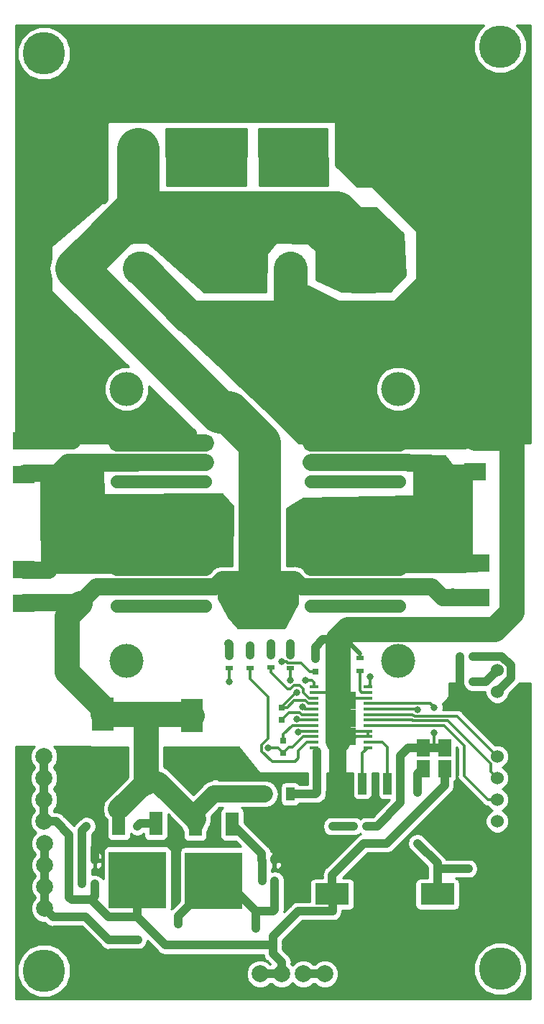
<source format=gbr>
G04 #@! TF.GenerationSoftware,KiCad,Pcbnew,5.0.0-rc2-dev-unknown-648803d~64~ubuntu16.04.1*
G04 #@! TF.CreationDate,2018-04-28T23:37:59-07:00*
G04 #@! TF.ProjectId,HICURRNT_Bridge,4849435552524E545F4272696467652E,rev?*
G04 #@! TF.SameCoordinates,Original*
G04 #@! TF.FileFunction,Copper,L1,Top,Signal*
G04 #@! TF.FilePolarity,Positive*
%FSLAX46Y46*%
G04 Gerber Fmt 4.6, Leading zero omitted, Abs format (unit mm)*
G04 Created by KiCad (PCBNEW 5.0.0-rc2-dev-unknown-648803d~64~ubuntu16.04.1) date Sat Apr 28 23:37:59 2018*
%MOMM*%
%LPD*%
G01*
G04 APERTURE LIST*
%ADD10C,4.500000*%
%ADD11R,1.470000X1.270000*%
%ADD12R,2.500000X2.000000*%
%ADD13R,0.500000X0.900000*%
%ADD14C,5.000000*%
%ADD15C,4.000000*%
%ADD16R,2.400000X2.400000*%
%ADD17C,2.400000*%
%ADD18R,2.500000X4.000000*%
%ADD19R,0.750000X0.800000*%
%ADD20R,4.000000X2.500000*%
%ADD21R,0.800000X0.750000*%
%ADD22R,1.000000X2.500000*%
%ADD23R,1.000000X1.600000*%
%ADD24R,0.800000X0.900000*%
%ADD25C,1.524000*%
%ADD26R,1.524000X1.524000*%
%ADD27R,4.000000X4.000000*%
%ADD28C,2.000000*%
%ADD29R,2.000000X2.000000*%
%ADD30R,0.900000X0.500000*%
%ADD31R,1.550000X2.780000*%
%ADD32R,6.740000X6.730000*%
%ADD33R,0.890000X1.100000*%
%ADD34R,1.100000X0.400000*%
%ADD35R,1.500000X2.032000*%
%ADD36C,0.800000*%
%ADD37C,4.000000*%
%ADD38C,2.000000*%
%ADD39C,3.000000*%
%ADD40C,1.000000*%
%ADD41C,0.300000*%
%ADD42C,0.500000*%
%ADD43C,5.000000*%
%ADD44C,2.500000*%
%ADD45C,1.500000*%
%ADD46C,0.254000*%
G04 APERTURE END LIST*
D10*
X44950000Y56850000D03*
X14350000Y56850000D03*
D11*
X4615000Y62580000D03*
X4615000Y66450000D03*
D12*
X1600000Y47300000D03*
X1600000Y51300000D03*
X1600000Y62450000D03*
X1600000Y66450000D03*
X54800000Y62800000D03*
X54800000Y66800000D03*
X55200000Y48000000D03*
X55200000Y52000000D03*
D13*
X54500000Y38050000D03*
X53000000Y38050000D03*
D14*
X57750000Y4250000D03*
X4000000Y4050000D03*
D10*
X36200000Y56850000D03*
X21750000Y56850000D03*
D14*
X4000000Y112050000D03*
X57750000Y112850000D03*
D15*
X45735000Y40540000D03*
X13735000Y40540000D03*
X13735000Y72540000D03*
D16*
X15290000Y86710000D03*
D17*
X7790000Y86710000D03*
D18*
X21400000Y28010000D03*
X21400000Y34110000D03*
D19*
X32200000Y31150000D03*
X32200000Y29650000D03*
X32000000Y35050000D03*
X32000000Y33550000D03*
X36000000Y40750000D03*
X36000000Y39250000D03*
D20*
X56450000Y13050000D03*
X50350000Y13050000D03*
D18*
X10950000Y34250000D03*
X10950000Y28150000D03*
D20*
X37950000Y13050000D03*
X44050000Y13050000D03*
D21*
X36200000Y25050000D03*
X37700000Y25050000D03*
D22*
X41500000Y26050000D03*
X44500000Y26050000D03*
D11*
X4615000Y47340000D03*
X4615000Y51210000D03*
X52200000Y51920000D03*
X52200000Y48050000D03*
X52000000Y62515000D03*
X52000000Y66385000D03*
D23*
X33000000Y24850000D03*
X30000000Y24850000D03*
D24*
X35900000Y21050000D03*
X38000000Y21050000D03*
D25*
X57400000Y39410000D03*
X57400000Y36870000D03*
D26*
X57400000Y34330000D03*
X57400000Y31790000D03*
D25*
X57400000Y29250000D03*
X57400000Y26710000D03*
X57400000Y24170000D03*
X57400000Y21630000D03*
D27*
X43620000Y100760000D03*
D15*
X34120000Y100760000D03*
X24620000Y100760000D03*
X15120000Y100760000D03*
D28*
X29460000Y3652000D03*
X32000000Y3652000D03*
X34540000Y3652000D03*
X37080000Y3652000D03*
D29*
X26840000Y3652000D03*
X24300000Y3652000D03*
X21760000Y3652000D03*
X19220000Y3652000D03*
D28*
X4000000Y29230000D03*
X4000000Y26690000D03*
X4000000Y24150000D03*
X4000000Y21610000D03*
X4070000Y11370000D03*
X4070000Y13910000D03*
X4070000Y16450000D03*
X4070000Y18990000D03*
D16*
X50850000Y86710000D03*
D17*
X43350000Y86710000D03*
X25570000Y86710000D03*
D16*
X33070000Y86710000D03*
D13*
X31150000Y17050000D03*
X29650000Y17050000D03*
D30*
X25800000Y41150000D03*
X25800000Y39650000D03*
X28250000Y39675000D03*
X28250000Y41175000D03*
X33000000Y41200000D03*
X33000000Y39700000D03*
X30750000Y41225000D03*
X30750000Y39725000D03*
X41200000Y39350000D03*
X41200000Y40850000D03*
D13*
X31200000Y14650000D03*
X29700000Y14650000D03*
X8500000Y17050000D03*
X10000000Y17050000D03*
X10000000Y14250000D03*
X8500000Y14250000D03*
X40500000Y21050000D03*
X42000000Y21050000D03*
X53000000Y41050000D03*
X54500000Y41050000D03*
D31*
X21820000Y21285000D03*
D32*
X24000000Y14650000D03*
D31*
X26180000Y21285000D03*
X17180000Y21350000D03*
D32*
X15000000Y14715000D03*
D31*
X12820000Y21350000D03*
D33*
X37725000Y36387500D03*
X38575000Y36387500D03*
X40275000Y36387500D03*
X39425000Y36387500D03*
X39425000Y35331250D03*
X40275000Y35331250D03*
X38575000Y35331250D03*
X37725000Y35331250D03*
X37725000Y34275000D03*
X38575000Y34275000D03*
X40275000Y34275000D03*
X39425000Y34275000D03*
X39425000Y33218750D03*
X40275000Y33218750D03*
X38575000Y33218750D03*
X37725000Y33218750D03*
X37725000Y32162500D03*
X38575000Y32162500D03*
X40275000Y32162500D03*
X39425000Y32162500D03*
X39425000Y31106250D03*
X40275000Y31106250D03*
X38575000Y31106250D03*
X37725000Y31106250D03*
D34*
X42150000Y37443750D03*
X42150000Y36793750D03*
X42150000Y36143750D03*
X42150000Y35493750D03*
X42150000Y34843750D03*
X42150000Y34193750D03*
X42150000Y33543750D03*
X42150000Y32893750D03*
X42150000Y32243750D03*
X42150000Y31593750D03*
X42150000Y30943750D03*
X42150000Y30293750D03*
X35850000Y30293750D03*
X35850000Y30943750D03*
X35850000Y31593750D03*
X35850000Y32243750D03*
X35850000Y32893750D03*
X35850000Y33543750D03*
X35850000Y34193750D03*
X35850000Y34843750D03*
X35850000Y35493750D03*
X35850000Y36143750D03*
X35850000Y36793750D03*
X35850000Y37443750D03*
D25*
X23030000Y46959000D03*
X23030000Y49245000D03*
X23030000Y51531000D03*
X12616000Y46959000D03*
X12616000Y49245000D03*
X12616000Y51531000D03*
X16116000Y46959000D03*
X16116000Y49245000D03*
X16116000Y51531000D03*
X19616000Y46959000D03*
X19616000Y49245000D03*
X19616000Y51531000D03*
D26*
X19616000Y66136000D03*
D25*
X19616000Y63850000D03*
X19616000Y61564000D03*
D26*
X16116000Y66136000D03*
D25*
X16116000Y63850000D03*
X16116000Y61564000D03*
D26*
X12616000Y66136000D03*
D25*
X12616000Y63850000D03*
X12616000Y61564000D03*
D26*
X23030000Y66136000D03*
D25*
X23030000Y63850000D03*
X23030000Y61564000D03*
X42476000Y51531000D03*
X42476000Y49245000D03*
X42476000Y46959000D03*
X38976000Y51531000D03*
X38976000Y49245000D03*
X38976000Y46959000D03*
X35476000Y51531000D03*
X35476000Y49245000D03*
X35476000Y46959000D03*
X45890000Y51531000D03*
X45890000Y49245000D03*
X45890000Y46959000D03*
X45890000Y61564000D03*
X45890000Y63850000D03*
D26*
X45890000Y66136000D03*
D25*
X35476000Y61564000D03*
X35476000Y63850000D03*
D26*
X35476000Y66136000D03*
D25*
X38976000Y61564000D03*
X38976000Y63850000D03*
D26*
X38976000Y66136000D03*
D25*
X42476000Y61564000D03*
X42476000Y63850000D03*
D26*
X42476000Y66136000D03*
D35*
X48660000Y27860000D03*
X48660000Y30250000D03*
X51200000Y30250000D03*
X51200000Y27860000D03*
D15*
X45735000Y72540000D03*
D36*
X14400000Y66136000D03*
X21200000Y66136000D03*
X37200000Y66136000D03*
X44200000Y66136000D03*
X7200000Y27850000D03*
X25200000Y27850000D03*
X8000000Y28450000D03*
X8200000Y27450000D03*
X7400000Y26850000D03*
X25200000Y26850000D03*
X24200000Y27450000D03*
X26200000Y27650000D03*
X28000000Y27050000D03*
X28000000Y21550000D03*
X40950000Y10350000D03*
X34850000Y17100000D03*
X16000000Y97682800D03*
X15000000Y97682800D03*
X14000000Y97682800D03*
X15000000Y96682800D03*
X14000000Y96682800D03*
X16000000Y96682800D03*
X14200000Y49650000D03*
X17800000Y49650000D03*
X21200000Y49650000D03*
X37200000Y49650000D03*
X40800000Y49650000D03*
X44000000Y49650000D03*
X44000000Y48850000D03*
X40800000Y48850000D03*
X37200000Y48850000D03*
X21200000Y48850000D03*
X17800000Y48850000D03*
X14200000Y48850000D03*
X8000000Y88850000D03*
X9000000Y88850000D03*
X10000000Y88850000D03*
X10600000Y89650000D03*
X11000000Y88850000D03*
X9800000Y87850000D03*
X10800000Y87850000D03*
X9600000Y86850000D03*
X10600000Y86850000D03*
X9600000Y85850000D03*
X10600000Y85850000D03*
X9000000Y85050000D03*
X10000000Y85050000D03*
X7000000Y84650000D03*
X8000000Y84650000D03*
X8600000Y83650000D03*
X9600000Y84050000D03*
X9600000Y89850000D03*
X25800000Y50080000D03*
X25800000Y49050000D03*
X25800000Y48050000D03*
X26600000Y48450000D03*
X26600000Y49480000D03*
X26600000Y47450000D03*
X32400000Y50280000D03*
X32400000Y49250000D03*
X32400000Y48250000D03*
X33400000Y48450000D03*
X33400000Y49450000D03*
X32400000Y47250000D03*
X20000000Y102300000D03*
X21000000Y102300000D03*
X20000000Y101300000D03*
X21000000Y101300000D03*
X20000000Y100300000D03*
X21000000Y100300000D03*
X20000000Y99300000D03*
X21000000Y99300000D03*
X20000000Y98300000D03*
X21000000Y98300000D03*
X19000000Y101300000D03*
X19000000Y99300000D03*
X19000000Y102300000D03*
X19000000Y100300000D03*
X19000000Y98300000D03*
X22000000Y99300000D03*
X22000000Y98300000D03*
X25000000Y98300000D03*
X24000000Y98300000D03*
X23000000Y98300000D03*
X22000000Y97300000D03*
X25000000Y97300000D03*
X21000000Y97300000D03*
X24000000Y97300000D03*
X23000000Y97300000D03*
X19000000Y97300000D03*
X20000000Y97300000D03*
X14400000Y64250000D03*
X17800000Y64250000D03*
X21200000Y64250000D03*
X14400000Y63450000D03*
X17800000Y63450000D03*
X21200000Y63450000D03*
X30400000Y30250000D03*
X31000000Y102050000D03*
X32000000Y102050000D03*
X30000000Y102050000D03*
X31000000Y101050000D03*
X30000000Y101050000D03*
X32000000Y101050000D03*
X31000000Y100050000D03*
X30000000Y100050000D03*
X30000000Y99050000D03*
X31000000Y99050000D03*
X31000000Y98050000D03*
X30000000Y98050000D03*
X32000000Y99050000D03*
X32000000Y98050000D03*
X32000000Y100050000D03*
X33000000Y98050000D03*
X34000000Y98050000D03*
X35000000Y98050000D03*
X34000000Y97050000D03*
X35000000Y97050000D03*
X30000000Y97050000D03*
X32000000Y97050000D03*
X33000000Y97050000D03*
X31000000Y97050000D03*
X44200000Y64250000D03*
X40800000Y64250000D03*
X37200000Y64250000D03*
X37200000Y63450000D03*
X40800000Y63450000D03*
X44200000Y63450000D03*
X33793924Y36751404D03*
X33800000Y33650000D03*
X32000000Y40450000D03*
X48000000Y19050000D03*
X48000000Y25050000D03*
X54000000Y16050000D03*
X29000000Y9050000D03*
X15050000Y7675000D03*
X19825000Y9550000D03*
X42400000Y38650000D03*
X34800000Y38250000D03*
X25800000Y38050000D03*
X33980733Y32149988D03*
X25750000Y42550000D03*
X28250000Y42300000D03*
X33000000Y42550000D03*
X33000000Y38250000D03*
X34462847Y35086151D03*
X30750000Y42550000D03*
X15000000Y21050000D03*
X9000000Y21050000D03*
X50000000Y35050000D03*
X50000000Y32050000D03*
X48000000Y34743740D03*
D37*
X15290000Y86710000D02*
X15410000Y86710000D01*
X15410000Y86710000D02*
X21100000Y81020000D01*
X33070000Y81510000D02*
X33070000Y86710000D01*
X32580000Y81020000D02*
X33070000Y81510000D01*
X21100000Y81020000D02*
X32580000Y81020000D01*
D38*
X12616000Y66136000D02*
X14400000Y66136000D01*
X35476000Y66136000D02*
X37200000Y66136000D01*
X23354000Y81020000D02*
X21100000Y81020000D01*
X35476000Y68898000D02*
X23354000Y81020000D01*
X35476000Y66136000D02*
X35476000Y68898000D01*
X46204000Y66450000D02*
X45890000Y66136000D01*
X53510000Y66450000D02*
X46204000Y66450000D01*
X53510000Y84050000D02*
X50850000Y86710000D01*
D37*
X50850000Y81510000D02*
X50850000Y86710000D01*
X50360000Y81020000D02*
X50850000Y81510000D01*
X32580000Y81020000D02*
X50360000Y81020000D01*
X50850000Y93530000D02*
X43620000Y100760000D01*
X50850000Y86710000D02*
X50850000Y93530000D01*
D38*
X12616000Y66136000D02*
X12616000Y66684000D01*
X12616000Y66684000D02*
X12000000Y67300000D01*
X12000000Y67300000D02*
X7500000Y67300000D01*
X7350000Y66450000D02*
X4615000Y66450000D01*
X7500000Y66600000D02*
X7350000Y66450000D01*
X7500000Y67300000D02*
X7500000Y66600000D01*
X53510000Y68250000D02*
X53510000Y84050000D01*
X53510000Y66450000D02*
X53510000Y68250000D01*
D39*
X53790001Y44240001D02*
X39790001Y44240001D01*
X38575000Y43025000D02*
X39790001Y44240001D01*
D40*
X36875000Y43025000D02*
X38575000Y43025000D01*
X36000000Y42150000D02*
X36875000Y43025000D01*
X36000000Y40750000D02*
X36000000Y42150000D01*
D38*
X14400000Y66136000D02*
X23030000Y66136000D01*
X37200000Y66136000D02*
X45890000Y66136000D01*
D41*
X39575000Y43025000D02*
X38575000Y43025000D01*
D42*
X41200000Y41400000D02*
X39575000Y43025000D01*
D41*
X41200000Y40850000D02*
X41200000Y41400000D01*
X37318750Y36793750D02*
X37725000Y36387500D01*
X35850000Y36793750D02*
X37318750Y36793750D01*
X39668750Y36143750D02*
X39425000Y36387500D01*
X42150000Y36143750D02*
X39668750Y36143750D01*
X39506250Y32243750D02*
X39425000Y32162500D01*
X42150000Y32243750D02*
X39506250Y32243750D01*
X40762500Y31593750D02*
X40275000Y31106250D01*
X42150000Y31593750D02*
X40762500Y31593750D01*
X42150000Y31593750D02*
X42150000Y32243750D01*
D39*
X38575000Y31106250D02*
X38575000Y43025000D01*
X7500000Y28150000D02*
X7200000Y27850000D01*
X10950000Y28150000D02*
X7500000Y28150000D01*
X25040000Y28010000D02*
X25200000Y27850000D01*
X21400000Y28010000D02*
X25040000Y28010000D01*
D40*
X57400000Y31790000D02*
X57400000Y34330000D01*
X53000000Y43450000D02*
X53790001Y44240001D01*
X44050000Y10800000D02*
X44800000Y10050000D01*
X44050000Y13050000D02*
X44050000Y10800000D01*
X52700000Y10050000D02*
X55700000Y13050000D01*
X55700000Y13050000D02*
X56450000Y13050000D01*
X37700000Y22850000D02*
X37700000Y25050000D01*
X35900000Y21050000D02*
X37700000Y22850000D01*
X10950000Y24311282D02*
X10950000Y28150000D01*
X10619992Y23981274D02*
X10950000Y24311282D01*
X10619992Y19119992D02*
X10619992Y23981274D01*
X10000000Y18500000D02*
X10619992Y19119992D01*
X10000000Y17050000D02*
X10000000Y18500000D01*
X56322370Y34330000D02*
X57400000Y34330000D01*
X53000000Y41050000D02*
X53000000Y38050000D01*
X53000000Y38050000D02*
X53000000Y36600000D01*
X55270000Y34330000D02*
X56322370Y34330000D01*
X53000000Y36600000D02*
X55270000Y34330000D01*
D38*
X38575000Y31106250D02*
X38575000Y25625000D01*
D40*
X47000000Y7050000D02*
X47000000Y10050000D01*
X47000000Y10050000D02*
X52700000Y10050000D01*
X44800000Y10050000D02*
X47000000Y10050000D01*
X31150000Y17250000D02*
X33000000Y19100000D01*
X31150000Y17050000D02*
X31150000Y17250000D01*
X35900000Y21000000D02*
X35900000Y21050000D01*
X34000000Y19100000D02*
X35900000Y21000000D01*
X33000000Y19100000D02*
X34000000Y19100000D01*
X38000000Y25050000D02*
X38575000Y25625000D01*
X37700000Y25050000D02*
X38000000Y25050000D01*
X27400000Y27650000D02*
X28000000Y27050000D01*
X26200000Y27650000D02*
X27400000Y27650000D01*
X30550000Y21550000D02*
X33000000Y19100000D01*
X28000000Y21550000D02*
X30550000Y21550000D01*
X26840000Y3652000D02*
X19220000Y3652000D01*
X40500000Y1550000D02*
X42500000Y3550000D01*
X21862000Y1550000D02*
X40500000Y1550000D01*
X42500000Y7050000D02*
X47000000Y7050000D01*
X21760000Y3652000D02*
X21760000Y1652000D01*
X42500000Y3550000D02*
X42500000Y7050000D01*
X21760000Y1652000D02*
X21862000Y1550000D01*
X42500000Y8800000D02*
X40950000Y10350000D01*
X42500000Y7050000D02*
X42500000Y8800000D01*
X34450001Y17649999D02*
X33000000Y19100000D01*
X34450001Y17499999D02*
X34450001Y17649999D01*
X34850000Y17100000D02*
X34450001Y17499999D01*
D39*
X59050000Y66800000D02*
X54800000Y66800000D01*
X57040001Y44240001D02*
X59100000Y46300000D01*
X59100000Y46300000D02*
X59100000Y66750000D01*
X53790001Y44240001D02*
X57040001Y44240001D01*
X59100000Y66750000D02*
X59050000Y66800000D01*
D38*
X4615000Y66450000D02*
X1600000Y66450000D01*
X12616000Y49245000D02*
X14200000Y49245000D01*
X35476000Y49245000D02*
X37200000Y49245000D01*
X53510000Y47975000D02*
X50985000Y47975000D01*
X49715000Y49245000D02*
X47800000Y49245000D01*
X50985000Y47975000D02*
X49715000Y49245000D01*
D43*
X43350000Y88407056D02*
X38447056Y93310000D01*
X43350000Y86710000D02*
X43350000Y88407056D01*
X14390000Y93310000D02*
X10130000Y89050000D01*
X15120000Y94040000D02*
X15120000Y97500000D01*
X14390000Y93310000D02*
X15120000Y94040000D01*
X25540000Y88437056D02*
X25540000Y93310000D01*
X25570000Y86710000D02*
X25570000Y88407056D01*
X38447056Y93310000D02*
X25540000Y93310000D01*
X25570000Y88407056D02*
X25540000Y88437056D01*
X25540000Y93310000D02*
X14390000Y93310000D01*
X7790000Y86710000D02*
X24700000Y69800000D01*
X25750002Y69800000D02*
X29410000Y66140002D01*
X24700000Y69800000D02*
X25750002Y69800000D01*
X29410000Y66140002D02*
X29410000Y50080000D01*
D38*
X24942630Y50080000D02*
X25800000Y50080000D01*
X24107630Y49245000D02*
X24942630Y50080000D01*
X23030000Y49245000D02*
X24107630Y49245000D01*
X33563370Y50080000D02*
X29410000Y50080000D01*
X34398370Y49245000D02*
X33563370Y50080000D01*
X35476000Y49245000D02*
X34398370Y49245000D01*
X7350000Y47340000D02*
X7390000Y47300000D01*
X4615000Y47340000D02*
X7350000Y47340000D01*
X7390000Y47300000D02*
X8250000Y47300000D01*
X10195000Y49245000D02*
X10800000Y49245000D01*
X8250000Y47300000D02*
X10195000Y49245000D01*
D43*
X15120000Y97500000D02*
X15120000Y100760000D01*
D39*
X10950000Y35000000D02*
X10950000Y34250000D01*
X6700000Y39250000D02*
X10950000Y35000000D01*
X6700000Y45750000D02*
X6700000Y39250000D01*
X8250000Y47300000D02*
X6700000Y45750000D01*
X21260000Y34250000D02*
X21400000Y34110000D01*
X10950000Y34250000D02*
X16000000Y34250000D01*
X16000000Y34250000D02*
X21260000Y34250000D01*
D40*
X51060000Y48050000D02*
X50985000Y47975000D01*
X52200000Y48050000D02*
X51060000Y48050000D01*
D38*
X14200000Y49245000D02*
X17800000Y49245000D01*
X10800000Y49245000D02*
X12616000Y49245000D01*
X17800000Y49245000D02*
X21200000Y49245000D01*
X21200000Y49245000D02*
X23030000Y49245000D01*
X37200000Y49245000D02*
X40800000Y49245000D01*
X40800000Y49245000D02*
X44000000Y49245000D01*
X44000000Y49245000D02*
X45890000Y49245000D01*
X47800000Y49245000D02*
X45890000Y49245000D01*
D43*
X10130000Y89050000D02*
X7790000Y86710000D01*
D38*
X25800000Y50080000D02*
X29410000Y50080000D01*
D39*
X16000000Y26250000D02*
X16000000Y34250000D01*
D44*
X12820000Y23070000D02*
X16000000Y26250000D01*
X21820000Y21900000D02*
X17470000Y26250000D01*
D38*
X21820000Y21285000D02*
X21820000Y22670000D01*
X24000000Y24850000D02*
X30000000Y24850000D01*
X21820000Y22670000D02*
X24000000Y24850000D01*
X52250000Y48000000D02*
X52200000Y48050000D01*
X55200000Y48000000D02*
X52250000Y48000000D01*
X1640000Y47340000D02*
X1600000Y47300000D01*
X4615000Y47340000D02*
X1640000Y47340000D01*
D41*
X33249998Y32899998D02*
X32200000Y31850000D01*
X32200000Y31850000D02*
X32200000Y31150000D01*
X34993752Y32899998D02*
X33249998Y32899998D01*
X35850000Y32893750D02*
X35000000Y32893750D01*
X35000000Y32893750D02*
X34993752Y32899998D01*
D38*
X12616000Y63850000D02*
X14400000Y63850000D01*
X12616000Y51531000D02*
X23030000Y51531000D01*
X4615000Y62580000D02*
X5530000Y62580000D01*
X6800000Y63850000D02*
X12616000Y63850000D01*
X5530000Y62580000D02*
X6800000Y63850000D01*
X4615000Y51210000D02*
X4615000Y51665000D01*
X4615000Y51665000D02*
X6250000Y53300000D01*
X10847000Y53300000D02*
X12616000Y51531000D01*
X6250000Y53300000D02*
X10847000Y53300000D01*
X4615000Y54935000D02*
X4615000Y62580000D01*
X6250000Y53300000D02*
X4615000Y54935000D01*
X14400000Y63850000D02*
X17800000Y63850000D01*
X17800000Y63850000D02*
X21200000Y63850000D01*
X21200000Y63850000D02*
X23030000Y63850000D01*
D41*
X31600000Y30250000D02*
X32200000Y29650000D01*
X30400000Y30250000D02*
X31600000Y30250000D01*
X35850000Y31593750D02*
X34534497Y31593750D01*
X32200000Y29675000D02*
X32200000Y29650000D01*
X33290747Y30350000D02*
X32875000Y30350000D01*
X32875000Y30350000D02*
X32200000Y29675000D01*
X34534497Y31593750D02*
X33290747Y30350000D01*
D38*
X1730000Y62580000D02*
X1600000Y62450000D01*
X4615000Y62580000D02*
X1730000Y62580000D01*
X1690000Y51210000D02*
X1600000Y51300000D01*
X4615000Y51210000D02*
X1690000Y51210000D01*
D41*
X32825002Y34400002D02*
X34160002Y34400002D01*
X34366254Y34193750D02*
X35000000Y34193750D01*
X32000000Y33575000D02*
X32825002Y34400002D01*
X34160002Y34400002D02*
X34366254Y34193750D01*
X32000000Y33550000D02*
X32000000Y33575000D01*
X35000000Y34193750D02*
X35850000Y34193750D01*
D38*
X35476000Y63850000D02*
X37200000Y63850000D01*
X35476000Y51531000D02*
X45890000Y51531000D01*
X46204000Y51845000D02*
X45890000Y51531000D01*
X53510000Y51845000D02*
X46204000Y51845000D01*
X50775000Y62580000D02*
X50395000Y62960000D01*
X53510000Y62580000D02*
X50775000Y62580000D01*
X46967630Y63850000D02*
X46987630Y63830000D01*
X45890000Y63850000D02*
X46967630Y63850000D01*
X49525000Y63830000D02*
X50775000Y62580000D01*
X46987630Y63830000D02*
X49525000Y63830000D01*
X53510000Y51845000D02*
X53510000Y62580000D01*
X44200000Y63850000D02*
X45890000Y63850000D01*
X40800000Y63850000D02*
X44200000Y63850000D01*
X37200000Y63850000D02*
X40800000Y63850000D01*
D41*
X33676404Y36751404D02*
X33793924Y36751404D01*
X32000000Y35075000D02*
X33676404Y36751404D01*
X32000000Y35050000D02*
X32000000Y35075000D01*
X35850000Y35493750D02*
X35165250Y35493750D01*
X34822848Y35836152D02*
X33461152Y35836152D01*
X33461152Y35836152D02*
X32675000Y35050000D01*
X32675000Y35050000D02*
X32000000Y35050000D01*
X35165250Y35493750D02*
X34822848Y35836152D01*
D38*
X54899990Y51920000D02*
X54899990Y52000000D01*
X52200000Y51920000D02*
X54899990Y51920000D01*
D41*
X33906250Y33543750D02*
X33800000Y33650000D01*
X35850000Y33543750D02*
X33906250Y33543750D01*
X35325000Y39250000D02*
X36000000Y39250000D01*
X32715684Y40300001D02*
X34274999Y40300001D01*
X34274999Y40300001D02*
X35325000Y39250000D01*
X32565685Y40450000D02*
X32715684Y40300001D01*
X32000000Y40450000D02*
X32565685Y40450000D01*
D40*
X50350000Y16700000D02*
X48000000Y19050000D01*
X48000000Y27200000D02*
X48660000Y27860000D01*
X48000000Y25050000D02*
X48000000Y27200000D01*
X54000000Y16050000D02*
X50350000Y16050000D01*
X50350000Y16050000D02*
X50350000Y16700000D01*
X50350000Y13050000D02*
X50350000Y16050000D01*
X24000000Y14650000D02*
X25400000Y14650000D01*
X25400000Y14650000D02*
X29000000Y11050000D01*
X29000000Y11050000D02*
X31000000Y11050000D01*
X31200000Y11250000D02*
X31200000Y14650000D01*
X31000000Y11050000D02*
X31200000Y11250000D01*
X29000000Y11050000D02*
X29000000Y9050000D01*
X4070000Y18990000D02*
X4070000Y11370000D01*
X5069999Y10370001D02*
X8929999Y10370001D01*
X4070000Y11370000D02*
X5069999Y10370001D01*
X11625000Y7675000D02*
X15050000Y7675000D01*
X8929999Y10370001D02*
X11625000Y7675000D01*
X19825000Y10475000D02*
X24000000Y14650000D01*
X19825000Y9550000D02*
X19825000Y10475000D01*
X34540000Y3652000D02*
X37080000Y3652000D01*
X51200000Y25844000D02*
X51200000Y27860000D01*
X37950000Y13050000D02*
X37950000Y15300000D01*
X37950000Y15300000D02*
X41700000Y19050000D01*
X41700000Y19050000D02*
X44406000Y19050000D01*
X44406000Y19050000D02*
X51200000Y25844000D01*
X31000000Y8050000D02*
X34000000Y11050000D01*
X34000000Y11050000D02*
X38000000Y11050000D01*
X38000000Y13000000D02*
X37950000Y13050000D01*
X38000000Y11050000D02*
X38000000Y13000000D01*
X15000000Y10350000D02*
X18300000Y7050000D01*
X15000000Y14715000D02*
X15000000Y10350000D01*
X18300000Y7050000D02*
X31000000Y7050000D01*
X31000000Y7050000D02*
X31000000Y8050000D01*
X4000000Y21610000D02*
X4000000Y29230000D01*
X5414213Y21610000D02*
X6975000Y20049213D01*
X4000000Y21610000D02*
X5414213Y21610000D01*
X6975000Y20049213D02*
X6975000Y12700000D01*
X6975000Y12700000D02*
X7300000Y12375000D01*
X7300000Y12375000D02*
X9575000Y12375000D01*
X10000000Y12800000D02*
X10000000Y14250000D01*
X9575000Y12375000D02*
X10000000Y12800000D01*
X11600000Y10350000D02*
X9575000Y12375000D01*
X15000000Y10350000D02*
X11600000Y10350000D01*
X31000000Y6066213D02*
X31000000Y7050000D01*
X32000000Y5066213D02*
X31000000Y6066213D01*
X32000000Y3652000D02*
X32000000Y5066213D01*
X29460000Y3652000D02*
X32000000Y3652000D01*
X36000000Y24850000D02*
X36200000Y25050000D01*
X33000000Y24850000D02*
X36000000Y24850000D01*
X36200000Y25050000D02*
X36200000Y29850000D01*
D41*
X41500000Y29643750D02*
X42150000Y30293750D01*
X41500000Y26050000D02*
X41500000Y29643750D01*
X42150000Y30943750D02*
X43906250Y30943750D01*
X44500000Y30350000D02*
X44500000Y26050000D01*
X43906250Y30943750D02*
X44500000Y30350000D01*
D40*
X38000000Y21050000D02*
X40500000Y21050000D01*
D41*
X42400000Y37693750D02*
X42150000Y37443750D01*
X42400000Y38650000D02*
X42400000Y37693750D01*
D40*
X56040000Y38050000D02*
X57400000Y39410000D01*
X54500000Y38050000D02*
X56040000Y38050000D01*
D41*
X35850000Y37943750D02*
X35543750Y38250000D01*
X35850000Y37443750D02*
X35850000Y37943750D01*
X35543750Y38250000D02*
X34800000Y38250000D01*
D40*
X57923762Y41050000D02*
X59000000Y39973762D01*
X54500000Y41050000D02*
X57923762Y41050000D01*
X59000000Y38470000D02*
X57400000Y36870000D01*
X59000000Y39973762D02*
X59000000Y38470000D01*
X29700000Y17000000D02*
X29650000Y17050000D01*
X29700000Y14650000D02*
X29700000Y17000000D01*
X29650000Y17815000D02*
X26180000Y21285000D01*
X29650000Y17050000D02*
X29650000Y17815000D01*
D41*
X25800000Y38050000D02*
X25800000Y39650000D01*
X35850000Y32243750D02*
X34074495Y32243750D01*
X34074495Y32243750D02*
X33980733Y32149988D01*
D45*
X12616000Y46959000D02*
X23030000Y46959000D01*
D40*
X25800000Y42500000D02*
X25750000Y42550000D01*
X25800000Y41150000D02*
X25800000Y42500000D01*
D41*
X28250000Y38400000D02*
X30400000Y36250000D01*
X33600000Y28650000D02*
X34000000Y29050000D01*
X34000000Y29943750D02*
X35000000Y30943750D01*
X28250000Y39675000D02*
X28250000Y38400000D01*
X34000000Y29050000D02*
X34000000Y29943750D01*
X35000000Y30943750D02*
X35850000Y30943750D01*
X30889998Y28650000D02*
X33600000Y28650000D01*
X29649999Y30610001D02*
X29649999Y29889999D01*
X30400000Y31360002D02*
X29649999Y30610001D01*
X30400000Y36250000D02*
X30400000Y31360002D01*
X29649999Y29889999D02*
X30889998Y28650000D01*
D45*
X12616000Y61564000D02*
X23030000Y61564000D01*
D40*
X28250000Y41175000D02*
X28250000Y42300000D01*
D45*
X35476000Y46959000D02*
X45890000Y46959000D01*
D40*
X33000000Y42550000D02*
X33000000Y41200000D01*
D41*
X33000000Y38250000D02*
X33000000Y39700000D01*
X34705248Y34843750D02*
X34462847Y35086151D01*
X35850000Y34843750D02*
X34705248Y34843750D01*
D45*
X35476000Y61564000D02*
X45890000Y61564000D01*
D40*
X30750000Y41225000D02*
X30750000Y42550000D01*
D41*
X34550002Y36816120D02*
X34550002Y37210002D01*
X35850000Y36143750D02*
X35222372Y36143750D01*
X34160002Y37600002D02*
X33439998Y37600002D01*
X33049998Y37210002D02*
X32714998Y37210002D01*
X30750000Y39175000D02*
X30750000Y39725000D01*
X32714998Y37210002D02*
X30750000Y39175000D01*
X33439998Y37600002D02*
X33049998Y37210002D01*
X34550002Y37210002D02*
X34160002Y37600002D01*
X35222372Y36143750D02*
X34550002Y36816120D01*
X41200000Y38800000D02*
X41200000Y39350000D01*
X41200000Y37013748D02*
X41200000Y38800000D01*
X41419998Y36793750D02*
X41200000Y37013748D01*
X42150000Y36793750D02*
X41419998Y36793750D01*
D40*
X15300000Y21350000D02*
X15000000Y21050000D01*
X17180000Y21350000D02*
X15300000Y21350000D01*
X8500000Y14250000D02*
X8500000Y17050000D01*
X8500000Y20550000D02*
X9000000Y21050000D01*
X8500000Y17050000D02*
X8500000Y20550000D01*
X43250000Y21050000D02*
X46000000Y23800000D01*
X42000000Y21050000D02*
X43250000Y21050000D01*
X46910000Y30250000D02*
X48660000Y30250000D01*
X46000000Y29340000D02*
X46910000Y30250000D01*
X46000000Y23800000D02*
X46000000Y29340000D01*
D41*
X42150000Y35493750D02*
X49556250Y35493750D01*
X49556250Y35493750D02*
X50000000Y35050000D01*
X50000000Y32050000D02*
X50000000Y30250000D01*
D40*
X50000000Y30250000D02*
X51200000Y30250000D01*
X48660000Y30250000D02*
X50000000Y30250000D01*
D41*
X47639999Y33993739D02*
X52656261Y33993739D01*
X56638001Y30011999D02*
X57400000Y29250000D01*
X42150000Y34193750D02*
X47439988Y34193750D01*
X47439988Y34193750D02*
X47639999Y33993739D01*
X52656261Y33993739D02*
X56638001Y30011999D01*
X47432888Y33493728D02*
X47382866Y33543750D01*
X56638001Y27471999D02*
X56638001Y28411999D01*
X57400000Y26710000D02*
X56638001Y27471999D01*
X47382866Y33543750D02*
X42493750Y33543750D01*
X56638001Y28411999D02*
X51556272Y33493728D01*
X51556272Y33493728D02*
X47432888Y33493728D01*
X51156250Y32893750D02*
X53499990Y30550010D01*
X56322370Y24170000D02*
X57400000Y24170000D01*
X53499990Y30550010D02*
X53499990Y26992380D01*
X53499990Y26992380D02*
X56322370Y24170000D01*
X42150000Y32893750D02*
X51156250Y32893750D01*
X42150000Y34843750D02*
X47899990Y34843750D01*
X47899990Y34843750D02*
X48000000Y34743740D01*
D46*
G36*
X55092276Y114625835D02*
X54615000Y113473590D01*
X54615000Y112226410D01*
X55092276Y111074165D01*
X55974165Y110192276D01*
X57126410Y109715000D01*
X58373590Y109715000D01*
X59525835Y110192276D01*
X60407724Y111074165D01*
X60885000Y112226410D01*
X60885000Y113473590D01*
X60407724Y114625835D01*
X59693559Y115340000D01*
X61290000Y115340000D01*
X61290000Y66177000D01*
X51067675Y66177000D01*
X49170416Y69000827D01*
X49135288Y69035776D01*
X49065000Y69057000D01*
X37635372Y69057000D01*
X31200265Y69086769D01*
X26933914Y73064134D01*
X43100000Y73064134D01*
X43100000Y72015866D01*
X43501155Y71047392D01*
X44242392Y70306155D01*
X45210866Y69905000D01*
X46259134Y69905000D01*
X47227608Y70306155D01*
X47968845Y71047392D01*
X48370000Y72015866D01*
X48370000Y73064134D01*
X47968845Y74032608D01*
X47227608Y74773845D01*
X46259134Y75175000D01*
X45210866Y75175000D01*
X44242392Y74773845D01*
X43501155Y74032608D01*
X43100000Y73064134D01*
X26933914Y73064134D01*
X25626971Y74282549D01*
X19149092Y80420510D01*
X31787455Y82174205D01*
X31846419Y82198565D01*
X35108577Y84656221D01*
X38848204Y82786408D01*
X38905000Y82773000D01*
X45255000Y82773000D01*
X45303601Y82782667D01*
X45344803Y82810197D01*
X47884803Y85350197D01*
X47912333Y85391399D01*
X47922000Y85440000D01*
X47922000Y91155000D01*
X47912333Y91203601D01*
X47884803Y91244803D01*
X42804803Y96324803D01*
X42763601Y96352333D01*
X42715000Y96362000D01*
X40862606Y96362000D01*
X38397000Y98827606D01*
X38397000Y103855000D01*
X38387333Y103903601D01*
X38359803Y103944803D01*
X38318601Y103972333D01*
X38270000Y103982000D01*
X11600000Y103982000D01*
X11551399Y103972333D01*
X11510197Y103944803D01*
X11482667Y103903601D01*
X11473000Y103855000D01*
X11473000Y94826559D01*
X11103441Y94457000D01*
X10965000Y94457000D01*
X10916399Y94447333D01*
X10882955Y94426942D01*
X710000Y85817273D01*
X710000Y112673590D01*
X865000Y112673590D01*
X865000Y111426410D01*
X1342276Y110274165D01*
X2224165Y109392276D01*
X3376410Y108915000D01*
X4623590Y108915000D01*
X5775835Y109392276D01*
X6657724Y110274165D01*
X7135000Y111426410D01*
X7135000Y112673590D01*
X6657724Y113825835D01*
X5775835Y114707724D01*
X4623590Y115185000D01*
X3376410Y115185000D01*
X2224165Y114707724D01*
X1342276Y113825835D01*
X865000Y112673590D01*
X710000Y112673590D01*
X710000Y115340000D01*
X55806441Y115340000D01*
X55092276Y114625835D01*
X55092276Y114625835D01*
G37*
X55092276Y114625835D02*
X54615000Y113473590D01*
X54615000Y112226410D01*
X55092276Y111074165D01*
X55974165Y110192276D01*
X57126410Y109715000D01*
X58373590Y109715000D01*
X59525835Y110192276D01*
X60407724Y111074165D01*
X60885000Y112226410D01*
X60885000Y113473590D01*
X60407724Y114625835D01*
X59693559Y115340000D01*
X61290000Y115340000D01*
X61290000Y66177000D01*
X51067675Y66177000D01*
X49170416Y69000827D01*
X49135288Y69035776D01*
X49065000Y69057000D01*
X37635372Y69057000D01*
X31200265Y69086769D01*
X26933914Y73064134D01*
X43100000Y73064134D01*
X43100000Y72015866D01*
X43501155Y71047392D01*
X44242392Y70306155D01*
X45210866Y69905000D01*
X46259134Y69905000D01*
X47227608Y70306155D01*
X47968845Y71047392D01*
X48370000Y72015866D01*
X48370000Y73064134D01*
X47968845Y74032608D01*
X47227608Y74773845D01*
X46259134Y75175000D01*
X45210866Y75175000D01*
X44242392Y74773845D01*
X43501155Y74032608D01*
X43100000Y73064134D01*
X26933914Y73064134D01*
X25626971Y74282549D01*
X19149092Y80420510D01*
X31787455Y82174205D01*
X31846419Y82198565D01*
X35108577Y84656221D01*
X38848204Y82786408D01*
X38905000Y82773000D01*
X45255000Y82773000D01*
X45303601Y82782667D01*
X45344803Y82810197D01*
X47884803Y85350197D01*
X47912333Y85391399D01*
X47922000Y85440000D01*
X47922000Y91155000D01*
X47912333Y91203601D01*
X47884803Y91244803D01*
X42804803Y96324803D01*
X42763601Y96352333D01*
X42715000Y96362000D01*
X40862606Y96362000D01*
X38397000Y98827606D01*
X38397000Y103855000D01*
X38387333Y103903601D01*
X38359803Y103944803D01*
X38318601Y103972333D01*
X38270000Y103982000D01*
X11600000Y103982000D01*
X11551399Y103972333D01*
X11510197Y103944803D01*
X11482667Y103903601D01*
X11473000Y103855000D01*
X11473000Y94826559D01*
X11103441Y94457000D01*
X10965000Y94457000D01*
X10916399Y94447333D01*
X10882955Y94426942D01*
X710000Y85817273D01*
X710000Y112673590D01*
X865000Y112673590D01*
X865000Y111426410D01*
X1342276Y110274165D01*
X2224165Y109392276D01*
X3376410Y108915000D01*
X4623590Y108915000D01*
X5775835Y109392276D01*
X6657724Y110274165D01*
X7135000Y111426410D01*
X7135000Y112673590D01*
X6657724Y113825835D01*
X5775835Y114707724D01*
X4623590Y115185000D01*
X3376410Y115185000D01*
X2224165Y114707724D01*
X1342276Y113825835D01*
X865000Y112673590D01*
X710000Y112673590D01*
X710000Y115340000D01*
X55806441Y115340000D01*
X55092276Y114625835D01*
G36*
X27804736Y96445000D02*
X25848769Y96445000D01*
X25540000Y96506418D01*
X25231231Y96445000D01*
X18502713Y96445000D01*
X18379350Y103173000D01*
X27871729Y103173000D01*
X27804736Y96445000D01*
X27804736Y96445000D01*
G37*
X27804736Y96445000D02*
X25848769Y96445000D01*
X25540000Y96506418D01*
X25231231Y96445000D01*
X18502713Y96445000D01*
X18379350Y103173000D01*
X27871729Y103173000D01*
X27804736Y96445000D01*
G36*
X53129000Y62280982D02*
X53129000Y51023000D01*
X34932608Y51023000D01*
X34833358Y51122250D01*
X34742139Y51258769D01*
X34201315Y51620136D01*
X33724401Y51715000D01*
X33724400Y51715000D01*
X33563370Y51747031D01*
X33402340Y51715000D01*
X32562710Y51715000D01*
X32626339Y58479197D01*
X34537540Y59673698D01*
X47502442Y59923023D01*
X47550848Y59933623D01*
X47591513Y59961941D01*
X47618245Y60003664D01*
X47627000Y60050000D01*
X47627000Y64673000D01*
X51189473Y64673000D01*
X53129000Y62280982D01*
X53129000Y62280982D01*
G37*
X53129000Y62280982D02*
X53129000Y51023000D01*
X34932608Y51023000D01*
X34833358Y51122250D01*
X34742139Y51258769D01*
X34201315Y51620136D01*
X33724401Y51715000D01*
X33724400Y51715000D01*
X33563370Y51747031D01*
X33402340Y51715000D01*
X32562710Y51715000D01*
X32626339Y58479197D01*
X34537540Y59673698D01*
X47502442Y59923023D01*
X47550848Y59933623D01*
X47591513Y59961941D01*
X47618245Y60003664D01*
X47627000Y60050000D01*
X47627000Y64673000D01*
X51189473Y64673000D01*
X53129000Y62280982D01*
G36*
X4873000Y87987250D02*
X4836896Y87933216D01*
X4593582Y86710000D01*
X4836896Y85486784D01*
X4873000Y85432750D01*
X4873000Y84050000D01*
X4882667Y84001399D01*
X4911548Y83958867D01*
X13961593Y75175000D01*
X13210866Y75175000D01*
X12242392Y74773845D01*
X11501155Y74032608D01*
X11100000Y73064134D01*
X11100000Y72015866D01*
X11501155Y71047392D01*
X12242392Y70306155D01*
X13210866Y69905000D01*
X14259134Y69905000D01*
X15227608Y70306155D01*
X15968845Y71047392D01*
X16370000Y72015866D01*
X16370000Y72837428D01*
X21873000Y67496281D01*
X21873000Y66177000D01*
X710000Y66177000D01*
X710000Y89923000D01*
X4873000Y89923000D01*
X4873000Y87987250D01*
X4873000Y87987250D01*
G37*
X4873000Y87987250D02*
X4836896Y87933216D01*
X4593582Y86710000D01*
X4836896Y85486784D01*
X4873000Y85432750D01*
X4873000Y84050000D01*
X4882667Y84001399D01*
X4911548Y83958867D01*
X13961593Y75175000D01*
X13210866Y75175000D01*
X12242392Y74773845D01*
X11501155Y74032608D01*
X11100000Y73064134D01*
X11100000Y72015866D01*
X11501155Y71047392D01*
X12242392Y70306155D01*
X13210866Y69905000D01*
X14259134Y69905000D01*
X15227608Y70306155D01*
X15968845Y71047392D01*
X16370000Y72015866D01*
X16370000Y72837428D01*
X21873000Y67496281D01*
X21873000Y66177000D01*
X710000Y66177000D01*
X710000Y89923000D01*
X4873000Y89923000D01*
X4873000Y87987250D01*
G36*
X43501155Y71047392D02*
X44242392Y70306155D01*
X45210866Y69905000D01*
X46259134Y69905000D01*
X47227608Y70306155D01*
X47968845Y71047392D01*
X48331534Y71923000D01*
X50892415Y71923000D01*
X51850081Y66177000D01*
X34052606Y66177000D01*
X28306606Y71923000D01*
X43138466Y71923000D01*
X43501155Y71047392D01*
X43501155Y71047392D01*
G37*
X43501155Y71047392D02*
X44242392Y70306155D01*
X45210866Y69905000D01*
X46259134Y69905000D01*
X47227608Y70306155D01*
X47968845Y71047392D01*
X48331534Y71923000D01*
X50892415Y71923000D01*
X51850081Y66177000D01*
X34052606Y66177000D01*
X28306606Y71923000D01*
X43138466Y71923000D01*
X43501155Y71047392D01*
G36*
X11978055Y64595864D02*
X12616000Y64468969D01*
X12777031Y64501000D01*
X15094205Y64501000D01*
X15074588Y62951247D01*
X14701584Y62949000D01*
X12922852Y62949000D01*
X12893881Y62961000D01*
X12338119Y62961000D01*
X12273840Y62934375D01*
X11049235Y62926998D01*
X11000693Y62917038D01*
X10959658Y62889260D01*
X10932377Y62847893D01*
X10923023Y62797558D01*
X10973023Y60197558D01*
X10983623Y60149152D01*
X11011941Y60108487D01*
X11053664Y60081755D01*
X11100683Y60073002D01*
X24993004Y60147692D01*
X26247699Y58727282D01*
X26203872Y51715000D01*
X25103655Y51715000D01*
X24942629Y51747030D01*
X24781603Y51715000D01*
X24781599Y51715000D01*
X24304685Y51620136D01*
X23763861Y51258769D01*
X23672642Y51122250D01*
X23452392Y50902000D01*
X10245423Y50902000D01*
X10194999Y50912030D01*
X10144575Y50902000D01*
X3752277Y50902000D01*
X3776871Y62190409D01*
X6696383Y64623336D01*
X11880105Y64661312D01*
X11978055Y64595864D01*
X11978055Y64595864D01*
G37*
X11978055Y64595864D02*
X12616000Y64468969D01*
X12777031Y64501000D01*
X15094205Y64501000D01*
X15074588Y62951247D01*
X14701584Y62949000D01*
X12922852Y62949000D01*
X12893881Y62961000D01*
X12338119Y62961000D01*
X12273840Y62934375D01*
X11049235Y62926998D01*
X11000693Y62917038D01*
X10959658Y62889260D01*
X10932377Y62847893D01*
X10923023Y62797558D01*
X10973023Y60197558D01*
X10983623Y60149152D01*
X11011941Y60108487D01*
X11053664Y60081755D01*
X11100683Y60073002D01*
X24993004Y60147692D01*
X26247699Y58727282D01*
X26203872Y51715000D01*
X25103655Y51715000D01*
X24942629Y51747030D01*
X24781603Y51715000D01*
X24781599Y51715000D01*
X24304685Y51620136D01*
X23763861Y51258769D01*
X23672642Y51122250D01*
X23452392Y50902000D01*
X10245423Y50902000D01*
X10194999Y50912030D01*
X10144575Y50902000D01*
X3752277Y50902000D01*
X3776871Y62190409D01*
X6696383Y64623336D01*
X11880105Y64661312D01*
X11978055Y64595864D01*
G36*
X37373729Y103173152D02*
X37412266Y96487000D01*
X29385908Y96487000D01*
X29328102Y103182845D01*
X37373729Y103173152D01*
X37373729Y103173152D01*
G37*
X37373729Y103173152D02*
X37412266Y96487000D01*
X29385908Y96487000D01*
X29328102Y103182845D01*
X37373729Y103173152D01*
G36*
X46350685Y90768119D02*
X46595418Y85873467D01*
X44795189Y84001230D01*
X41351852Y83952039D01*
X39080206Y84050807D01*
X36093325Y85412825D01*
X42232430Y85412825D01*
X42355565Y85125212D01*
X43037734Y84865293D01*
X43767443Y84886214D01*
X44344435Y85125212D01*
X44467570Y85412825D01*
X43350000Y86530395D01*
X42232430Y85412825D01*
X36093325Y85412825D01*
X36053197Y85431123D01*
X36076425Y87022266D01*
X41505293Y87022266D01*
X41526214Y86292557D01*
X41765212Y85715565D01*
X42052825Y85592430D01*
X43170395Y86710000D01*
X43529605Y86710000D01*
X44647175Y85592430D01*
X44934788Y85715565D01*
X45194707Y86397734D01*
X45173786Y87127443D01*
X44934788Y87704435D01*
X44647175Y87827570D01*
X43529605Y86710000D01*
X43170395Y86710000D01*
X42052825Y87827570D01*
X41765212Y87704435D01*
X41505293Y87022266D01*
X36076425Y87022266D01*
X36090803Y88007175D01*
X42232430Y88007175D01*
X43350000Y86889605D01*
X44467570Y88007175D01*
X44344435Y88294788D01*
X43662266Y88554707D01*
X42932557Y88533786D01*
X42355565Y88294788D01*
X42232430Y88007175D01*
X36090803Y88007175D01*
X36101986Y88773146D01*
X36093030Y88821883D01*
X36057870Y88871237D01*
X35157870Y89646237D01*
X35114734Y89670624D01*
X35079231Y89676930D01*
X31329231Y89801930D01*
X31280335Y89793887D01*
X31222709Y89750270D01*
X30247709Y88425270D01*
X30226691Y88380396D01*
X30223018Y88352116D01*
X30150085Y83976162D01*
X22896766Y83927318D01*
X20058914Y86370338D01*
X17084915Y89044438D01*
X17081899Y89047065D01*
X16281899Y89722065D01*
X16238519Y89746018D01*
X16198295Y89751989D01*
X12602000Y89703717D01*
X12602000Y93574339D01*
X43074657Y93897459D01*
X46350685Y90768119D01*
X46350685Y90768119D01*
G37*
X46350685Y90768119D02*
X46595418Y85873467D01*
X44795189Y84001230D01*
X41351852Y83952039D01*
X39080206Y84050807D01*
X36093325Y85412825D01*
X42232430Y85412825D01*
X42355565Y85125212D01*
X43037734Y84865293D01*
X43767443Y84886214D01*
X44344435Y85125212D01*
X44467570Y85412825D01*
X43350000Y86530395D01*
X42232430Y85412825D01*
X36093325Y85412825D01*
X36053197Y85431123D01*
X36076425Y87022266D01*
X41505293Y87022266D01*
X41526214Y86292557D01*
X41765212Y85715565D01*
X42052825Y85592430D01*
X43170395Y86710000D01*
X43529605Y86710000D01*
X44647175Y85592430D01*
X44934788Y85715565D01*
X45194707Y86397734D01*
X45173786Y87127443D01*
X44934788Y87704435D01*
X44647175Y87827570D01*
X43529605Y86710000D01*
X43170395Y86710000D01*
X42052825Y87827570D01*
X41765212Y87704435D01*
X41505293Y87022266D01*
X36076425Y87022266D01*
X36090803Y88007175D01*
X42232430Y88007175D01*
X43350000Y86889605D01*
X44467570Y88007175D01*
X44344435Y88294788D01*
X43662266Y88554707D01*
X42932557Y88533786D01*
X42355565Y88294788D01*
X42232430Y88007175D01*
X36090803Y88007175D01*
X36101986Y88773146D01*
X36093030Y88821883D01*
X36057870Y88871237D01*
X35157870Y89646237D01*
X35114734Y89670624D01*
X35079231Y89676930D01*
X31329231Y89801930D01*
X31280335Y89793887D01*
X31222709Y89750270D01*
X30247709Y88425270D01*
X30226691Y88380396D01*
X30223018Y88352116D01*
X30150085Y83976162D01*
X22896766Y83927318D01*
X20058914Y86370338D01*
X17084915Y89044438D01*
X17081899Y89047065D01*
X16281899Y89722065D01*
X16238519Y89746018D01*
X16198295Y89751989D01*
X12602000Y89703717D01*
X12602000Y93574339D01*
X43074657Y93897459D01*
X46350685Y90768119D01*
G36*
X33873000Y49804020D02*
X33873000Y47281751D01*
X32323800Y44377000D01*
X26858413Y44377000D01*
X25705105Y45722526D01*
X24527000Y47882385D01*
X24527000Y49788961D01*
X25457691Y50533514D01*
X27015634Y50923000D01*
X32940517Y50923000D01*
X33873000Y49804020D01*
X33873000Y49804020D01*
G37*
X33873000Y49804020D02*
X33873000Y47281751D01*
X32323800Y44377000D01*
X26858413Y44377000D01*
X25705105Y45722526D01*
X24527000Y47882385D01*
X24527000Y49788961D01*
X25457691Y50533514D01*
X27015634Y50923000D01*
X32940517Y50923000D01*
X33873000Y49804020D01*
G36*
X53430854Y37607145D02*
X53681711Y37231711D01*
X53773240Y37170554D01*
X53792191Y37142191D01*
X54002235Y37001843D01*
X54035693Y36995188D01*
X54057145Y36980854D01*
X54388217Y36915000D01*
X55928217Y36915000D01*
X56003000Y36900125D01*
X56003000Y36592119D01*
X56215680Y36078663D01*
X56608663Y35685680D01*
X57122119Y35473000D01*
X57677881Y35473000D01*
X58191337Y35685680D01*
X58584320Y36078663D01*
X58797000Y36592119D01*
X58797000Y36661869D01*
X59723521Y37588389D01*
X59818289Y37651711D01*
X59999559Y37923000D01*
X61290001Y37923000D01*
X61290001Y760000D01*
X710000Y760000D01*
X710000Y4673590D01*
X865000Y4673590D01*
X865000Y3426410D01*
X1342276Y2274165D01*
X2224165Y1392276D01*
X3376410Y915000D01*
X4623590Y915000D01*
X5775835Y1392276D01*
X6657724Y2274165D01*
X7135000Y3426410D01*
X7135000Y4673590D01*
X6657724Y5825835D01*
X5775835Y6707724D01*
X4623590Y7185000D01*
X3376410Y7185000D01*
X2224165Y6707724D01*
X1342276Y5825835D01*
X865000Y4673590D01*
X710000Y4673590D01*
X710000Y30420370D01*
X2870130Y30412369D01*
X2613914Y30156153D01*
X2365000Y29555222D01*
X2365000Y28904778D01*
X2613914Y28303847D01*
X2865001Y28052760D01*
X2865001Y27867240D01*
X2613914Y27616153D01*
X2365000Y27015222D01*
X2365000Y26364778D01*
X2613914Y25763847D01*
X2865001Y25512760D01*
X2865000Y25327239D01*
X2613914Y25076153D01*
X2365000Y24475222D01*
X2365000Y23824778D01*
X2613914Y23223847D01*
X2865000Y22972761D01*
X2865000Y22787239D01*
X2613914Y22536153D01*
X2365000Y21935222D01*
X2365000Y21284778D01*
X2613914Y20683847D01*
X3032761Y20265000D01*
X2683914Y19916153D01*
X2435000Y19315222D01*
X2435000Y18664778D01*
X2683914Y18063847D01*
X2935000Y17812761D01*
X2935000Y17627239D01*
X2683914Y17376153D01*
X2435000Y16775222D01*
X2435000Y16124778D01*
X2683914Y15523847D01*
X2935000Y15272761D01*
X2935001Y15087240D01*
X2683914Y14836153D01*
X2435000Y14235222D01*
X2435000Y13584778D01*
X2683914Y12983847D01*
X2935001Y12732760D01*
X2935001Y12547240D01*
X2683914Y12296153D01*
X2435000Y11695222D01*
X2435000Y11044778D01*
X2683914Y10443847D01*
X3143847Y9983914D01*
X3744778Y9735000D01*
X4099868Y9735000D01*
X4188388Y9646480D01*
X4251710Y9551712D01*
X4627144Y9300855D01*
X5069998Y9212766D01*
X5181781Y9235001D01*
X8459868Y9235001D01*
X10743389Y6951479D01*
X10806711Y6856711D01*
X11131042Y6640000D01*
X11182145Y6605854D01*
X11625000Y6517765D01*
X11736783Y6540000D01*
X15161783Y6540000D01*
X15492855Y6605854D01*
X15868289Y6856711D01*
X16119146Y7232145D01*
X16184444Y7560424D01*
X17418389Y6326479D01*
X17481711Y6231711D01*
X17857145Y5980854D01*
X18300000Y5892765D01*
X18411783Y5915000D01*
X29872843Y5915000D01*
X29930854Y5623359D01*
X30181711Y5247924D01*
X30276481Y5184601D01*
X30674081Y4787000D01*
X30637239Y4787000D01*
X30386153Y5038086D01*
X29785222Y5287000D01*
X29134778Y5287000D01*
X28533847Y5038086D01*
X28073914Y4578153D01*
X27825000Y3977222D01*
X27825000Y3326778D01*
X28073914Y2725847D01*
X28533847Y2265914D01*
X29134778Y2017000D01*
X29785222Y2017000D01*
X30386153Y2265914D01*
X30637239Y2517000D01*
X30822761Y2517000D01*
X31073847Y2265914D01*
X31674778Y2017000D01*
X32325222Y2017000D01*
X32926153Y2265914D01*
X33270000Y2609761D01*
X33613847Y2265914D01*
X34214778Y2017000D01*
X34865222Y2017000D01*
X35466153Y2265914D01*
X35717239Y2517000D01*
X35902761Y2517000D01*
X36153847Y2265914D01*
X36754778Y2017000D01*
X37405222Y2017000D01*
X38006153Y2265914D01*
X38466086Y2725847D01*
X38715000Y3326778D01*
X38715000Y3977222D01*
X38466086Y4578153D01*
X38170649Y4873590D01*
X54615000Y4873590D01*
X54615000Y3626410D01*
X55092276Y2474165D01*
X55974165Y1592276D01*
X57126410Y1115000D01*
X58373590Y1115000D01*
X59525835Y1592276D01*
X60407724Y2474165D01*
X60885000Y3626410D01*
X60885000Y4873590D01*
X60407724Y6025835D01*
X59525835Y6907724D01*
X58373590Y7385000D01*
X57126410Y7385000D01*
X55974165Y6907724D01*
X55092276Y6025835D01*
X54615000Y4873590D01*
X38170649Y4873590D01*
X38006153Y5038086D01*
X37405222Y5287000D01*
X36754778Y5287000D01*
X36153847Y5038086D01*
X35902761Y4787000D01*
X35717239Y4787000D01*
X35466153Y5038086D01*
X34865222Y5287000D01*
X34214778Y5287000D01*
X33613847Y5038086D01*
X33270000Y4694239D01*
X33135000Y4829239D01*
X33135000Y4954430D01*
X33157235Y5066213D01*
X33069146Y5509068D01*
X32881609Y5789737D01*
X32818289Y5884502D01*
X32723523Y5947822D01*
X32135000Y6536345D01*
X32135000Y6938218D01*
X32157235Y7050000D01*
X32135000Y7161783D01*
X32135000Y7579869D01*
X34470132Y9915000D01*
X37888217Y9915000D01*
X38000000Y9892765D01*
X38111783Y9915000D01*
X38442855Y9980854D01*
X38818289Y10231711D01*
X39069146Y10607145D01*
X39157235Y11050000D01*
X39136835Y11152560D01*
X39950000Y11152560D01*
X40197765Y11201843D01*
X40407809Y11342191D01*
X40548157Y11552235D01*
X40597440Y11800000D01*
X40597440Y14300000D01*
X40548157Y14547765D01*
X40407809Y14757809D01*
X40197765Y14898157D01*
X39950000Y14947440D01*
X39202571Y14947440D01*
X42170132Y17915000D01*
X44294217Y17915000D01*
X44406000Y17892765D01*
X44517783Y17915000D01*
X44848855Y17980854D01*
X45224289Y18231711D01*
X45287613Y18326482D01*
X46011131Y19050000D01*
X46842765Y19050000D01*
X46930854Y18607146D01*
X47118392Y18326477D01*
X49215000Y16229868D01*
X49215000Y16161783D01*
X49192765Y16050000D01*
X49215001Y15938212D01*
X49215001Y14947440D01*
X48350000Y14947440D01*
X48102235Y14898157D01*
X47892191Y14757809D01*
X47751843Y14547765D01*
X47702560Y14300000D01*
X47702560Y11800000D01*
X47751843Y11552235D01*
X47892191Y11342191D01*
X48102235Y11201843D01*
X48350000Y11152560D01*
X52350000Y11152560D01*
X52597765Y11201843D01*
X52807809Y11342191D01*
X52948157Y11552235D01*
X52997440Y11800000D01*
X52997440Y14300000D01*
X52948157Y14547765D01*
X52807809Y14757809D01*
X52597765Y14898157D01*
X52513089Y14915000D01*
X54111783Y14915000D01*
X54442855Y14980854D01*
X54818289Y15231711D01*
X55069146Y15607145D01*
X55157235Y16050000D01*
X55069146Y16492855D01*
X54818289Y16868289D01*
X54442855Y17119146D01*
X54111783Y17185000D01*
X51390986Y17185000D01*
X51168289Y17518289D01*
X51073521Y17581611D01*
X48723523Y19931608D01*
X48442854Y20119146D01*
X48000000Y20207235D01*
X47557146Y20119146D01*
X47181712Y19868288D01*
X46930854Y19492854D01*
X46842765Y19050000D01*
X46011131Y19050000D01*
X51923522Y24962390D01*
X52018289Y25025711D01*
X52269146Y25401145D01*
X52335000Y25732217D01*
X52335000Y25732218D01*
X52357235Y25844000D01*
X52335000Y25955783D01*
X52335000Y26337541D01*
X52407809Y26386191D01*
X52548157Y26596235D01*
X52597440Y26844000D01*
X52597440Y28876000D01*
X52561835Y29055000D01*
X52597440Y29234000D01*
X52597440Y30342402D01*
X52714990Y30224852D01*
X52714991Y27069697D01*
X52699612Y26992380D01*
X52760536Y26686089D01*
X52890241Y26491972D01*
X52890244Y26491969D01*
X52934038Y26426427D01*
X52999580Y26382633D01*
X55712623Y23669589D01*
X55756417Y23604047D01*
X55821959Y23560253D01*
X55821961Y23560251D01*
X55984205Y23451843D01*
X56016078Y23430546D01*
X56210182Y23391936D01*
X56215680Y23378663D01*
X56608663Y22985680D01*
X56815513Y22900000D01*
X56608663Y22814320D01*
X56215680Y22421337D01*
X56003000Y21907881D01*
X56003000Y21352119D01*
X56215680Y20838663D01*
X56608663Y20445680D01*
X57122119Y20233000D01*
X57677881Y20233000D01*
X58191337Y20445680D01*
X58584320Y20838663D01*
X58797000Y21352119D01*
X58797000Y21907881D01*
X58584320Y22421337D01*
X58191337Y22814320D01*
X57984487Y22900000D01*
X58191337Y22985680D01*
X58584320Y23378663D01*
X58797000Y23892119D01*
X58797000Y24447881D01*
X58584320Y24961337D01*
X58191337Y25354320D01*
X57984487Y25440000D01*
X58191337Y25525680D01*
X58584320Y25918663D01*
X58797000Y26432119D01*
X58797000Y26987881D01*
X58584320Y27501337D01*
X58191337Y27894320D01*
X57984487Y27980000D01*
X58191337Y28065680D01*
X58584320Y28458663D01*
X58797000Y28972119D01*
X58797000Y29527881D01*
X58584320Y30041337D01*
X58191337Y30434320D01*
X57677881Y30647000D01*
X57122119Y30647000D01*
X57115782Y30644375D01*
X53266010Y34494147D01*
X53222214Y34559692D01*
X52962553Y34733193D01*
X52733577Y34778739D01*
X52733573Y34778739D01*
X52656261Y34794117D01*
X52578949Y34778739D01*
X51007916Y34778739D01*
X51035000Y34844126D01*
X51035000Y35255874D01*
X50961917Y35432311D01*
X51689803Y36160197D01*
X51717333Y36201399D01*
X51727000Y36250000D01*
X51727000Y37923000D01*
X53368027Y37923000D01*
X53430854Y37607145D01*
X53430854Y37607145D01*
G37*
X53430854Y37607145D02*
X53681711Y37231711D01*
X53773240Y37170554D01*
X53792191Y37142191D01*
X54002235Y37001843D01*
X54035693Y36995188D01*
X54057145Y36980854D01*
X54388217Y36915000D01*
X55928217Y36915000D01*
X56003000Y36900125D01*
X56003000Y36592119D01*
X56215680Y36078663D01*
X56608663Y35685680D01*
X57122119Y35473000D01*
X57677881Y35473000D01*
X58191337Y35685680D01*
X58584320Y36078663D01*
X58797000Y36592119D01*
X58797000Y36661869D01*
X59723521Y37588389D01*
X59818289Y37651711D01*
X59999559Y37923000D01*
X61290001Y37923000D01*
X61290001Y760000D01*
X710000Y760000D01*
X710000Y4673590D01*
X865000Y4673590D01*
X865000Y3426410D01*
X1342276Y2274165D01*
X2224165Y1392276D01*
X3376410Y915000D01*
X4623590Y915000D01*
X5775835Y1392276D01*
X6657724Y2274165D01*
X7135000Y3426410D01*
X7135000Y4673590D01*
X6657724Y5825835D01*
X5775835Y6707724D01*
X4623590Y7185000D01*
X3376410Y7185000D01*
X2224165Y6707724D01*
X1342276Y5825835D01*
X865000Y4673590D01*
X710000Y4673590D01*
X710000Y30420370D01*
X2870130Y30412369D01*
X2613914Y30156153D01*
X2365000Y29555222D01*
X2365000Y28904778D01*
X2613914Y28303847D01*
X2865001Y28052760D01*
X2865001Y27867240D01*
X2613914Y27616153D01*
X2365000Y27015222D01*
X2365000Y26364778D01*
X2613914Y25763847D01*
X2865001Y25512760D01*
X2865000Y25327239D01*
X2613914Y25076153D01*
X2365000Y24475222D01*
X2365000Y23824778D01*
X2613914Y23223847D01*
X2865000Y22972761D01*
X2865000Y22787239D01*
X2613914Y22536153D01*
X2365000Y21935222D01*
X2365000Y21284778D01*
X2613914Y20683847D01*
X3032761Y20265000D01*
X2683914Y19916153D01*
X2435000Y19315222D01*
X2435000Y18664778D01*
X2683914Y18063847D01*
X2935000Y17812761D01*
X2935000Y17627239D01*
X2683914Y17376153D01*
X2435000Y16775222D01*
X2435000Y16124778D01*
X2683914Y15523847D01*
X2935000Y15272761D01*
X2935001Y15087240D01*
X2683914Y14836153D01*
X2435000Y14235222D01*
X2435000Y13584778D01*
X2683914Y12983847D01*
X2935001Y12732760D01*
X2935001Y12547240D01*
X2683914Y12296153D01*
X2435000Y11695222D01*
X2435000Y11044778D01*
X2683914Y10443847D01*
X3143847Y9983914D01*
X3744778Y9735000D01*
X4099868Y9735000D01*
X4188388Y9646480D01*
X4251710Y9551712D01*
X4627144Y9300855D01*
X5069998Y9212766D01*
X5181781Y9235001D01*
X8459868Y9235001D01*
X10743389Y6951479D01*
X10806711Y6856711D01*
X11131042Y6640000D01*
X11182145Y6605854D01*
X11625000Y6517765D01*
X11736783Y6540000D01*
X15161783Y6540000D01*
X15492855Y6605854D01*
X15868289Y6856711D01*
X16119146Y7232145D01*
X16184444Y7560424D01*
X17418389Y6326479D01*
X17481711Y6231711D01*
X17857145Y5980854D01*
X18300000Y5892765D01*
X18411783Y5915000D01*
X29872843Y5915000D01*
X29930854Y5623359D01*
X30181711Y5247924D01*
X30276481Y5184601D01*
X30674081Y4787000D01*
X30637239Y4787000D01*
X30386153Y5038086D01*
X29785222Y5287000D01*
X29134778Y5287000D01*
X28533847Y5038086D01*
X28073914Y4578153D01*
X27825000Y3977222D01*
X27825000Y3326778D01*
X28073914Y2725847D01*
X28533847Y2265914D01*
X29134778Y2017000D01*
X29785222Y2017000D01*
X30386153Y2265914D01*
X30637239Y2517000D01*
X30822761Y2517000D01*
X31073847Y2265914D01*
X31674778Y2017000D01*
X32325222Y2017000D01*
X32926153Y2265914D01*
X33270000Y2609761D01*
X33613847Y2265914D01*
X34214778Y2017000D01*
X34865222Y2017000D01*
X35466153Y2265914D01*
X35717239Y2517000D01*
X35902761Y2517000D01*
X36153847Y2265914D01*
X36754778Y2017000D01*
X37405222Y2017000D01*
X38006153Y2265914D01*
X38466086Y2725847D01*
X38715000Y3326778D01*
X38715000Y3977222D01*
X38466086Y4578153D01*
X38170649Y4873590D01*
X54615000Y4873590D01*
X54615000Y3626410D01*
X55092276Y2474165D01*
X55974165Y1592276D01*
X57126410Y1115000D01*
X58373590Y1115000D01*
X59525835Y1592276D01*
X60407724Y2474165D01*
X60885000Y3626410D01*
X60885000Y4873590D01*
X60407724Y6025835D01*
X59525835Y6907724D01*
X58373590Y7385000D01*
X57126410Y7385000D01*
X55974165Y6907724D01*
X55092276Y6025835D01*
X54615000Y4873590D01*
X38170649Y4873590D01*
X38006153Y5038086D01*
X37405222Y5287000D01*
X36754778Y5287000D01*
X36153847Y5038086D01*
X35902761Y4787000D01*
X35717239Y4787000D01*
X35466153Y5038086D01*
X34865222Y5287000D01*
X34214778Y5287000D01*
X33613847Y5038086D01*
X33270000Y4694239D01*
X33135000Y4829239D01*
X33135000Y4954430D01*
X33157235Y5066213D01*
X33069146Y5509068D01*
X32881609Y5789737D01*
X32818289Y5884502D01*
X32723523Y5947822D01*
X32135000Y6536345D01*
X32135000Y6938218D01*
X32157235Y7050000D01*
X32135000Y7161783D01*
X32135000Y7579869D01*
X34470132Y9915000D01*
X37888217Y9915000D01*
X38000000Y9892765D01*
X38111783Y9915000D01*
X38442855Y9980854D01*
X38818289Y10231711D01*
X39069146Y10607145D01*
X39157235Y11050000D01*
X39136835Y11152560D01*
X39950000Y11152560D01*
X40197765Y11201843D01*
X40407809Y11342191D01*
X40548157Y11552235D01*
X40597440Y11800000D01*
X40597440Y14300000D01*
X40548157Y14547765D01*
X40407809Y14757809D01*
X40197765Y14898157D01*
X39950000Y14947440D01*
X39202571Y14947440D01*
X42170132Y17915000D01*
X44294217Y17915000D01*
X44406000Y17892765D01*
X44517783Y17915000D01*
X44848855Y17980854D01*
X45224289Y18231711D01*
X45287613Y18326482D01*
X46011131Y19050000D01*
X46842765Y19050000D01*
X46930854Y18607146D01*
X47118392Y18326477D01*
X49215000Y16229868D01*
X49215000Y16161783D01*
X49192765Y16050000D01*
X49215001Y15938212D01*
X49215001Y14947440D01*
X48350000Y14947440D01*
X48102235Y14898157D01*
X47892191Y14757809D01*
X47751843Y14547765D01*
X47702560Y14300000D01*
X47702560Y11800000D01*
X47751843Y11552235D01*
X47892191Y11342191D01*
X48102235Y11201843D01*
X48350000Y11152560D01*
X52350000Y11152560D01*
X52597765Y11201843D01*
X52807809Y11342191D01*
X52948157Y11552235D01*
X52997440Y11800000D01*
X52997440Y14300000D01*
X52948157Y14547765D01*
X52807809Y14757809D01*
X52597765Y14898157D01*
X52513089Y14915000D01*
X54111783Y14915000D01*
X54442855Y14980854D01*
X54818289Y15231711D01*
X55069146Y15607145D01*
X55157235Y16050000D01*
X55069146Y16492855D01*
X54818289Y16868289D01*
X54442855Y17119146D01*
X54111783Y17185000D01*
X51390986Y17185000D01*
X51168289Y17518289D01*
X51073521Y17581611D01*
X48723523Y19931608D01*
X48442854Y20119146D01*
X48000000Y20207235D01*
X47557146Y20119146D01*
X47181712Y19868288D01*
X46930854Y19492854D01*
X46842765Y19050000D01*
X46011131Y19050000D01*
X51923522Y24962390D01*
X52018289Y25025711D01*
X52269146Y25401145D01*
X52335000Y25732217D01*
X52335000Y25732218D01*
X52357235Y25844000D01*
X52335000Y25955783D01*
X52335000Y26337541D01*
X52407809Y26386191D01*
X52548157Y26596235D01*
X52597440Y26844000D01*
X52597440Y28876000D01*
X52561835Y29055000D01*
X52597440Y29234000D01*
X52597440Y30342402D01*
X52714990Y30224852D01*
X52714991Y27069697D01*
X52699612Y26992380D01*
X52760536Y26686089D01*
X52890241Y26491972D01*
X52890244Y26491969D01*
X52934038Y26426427D01*
X52999580Y26382633D01*
X55712623Y23669589D01*
X55756417Y23604047D01*
X55821959Y23560253D01*
X55821961Y23560251D01*
X55984205Y23451843D01*
X56016078Y23430546D01*
X56210182Y23391936D01*
X56215680Y23378663D01*
X56608663Y22985680D01*
X56815513Y22900000D01*
X56608663Y22814320D01*
X56215680Y22421337D01*
X56003000Y21907881D01*
X56003000Y21352119D01*
X56215680Y20838663D01*
X56608663Y20445680D01*
X57122119Y20233000D01*
X57677881Y20233000D01*
X58191337Y20445680D01*
X58584320Y20838663D01*
X58797000Y21352119D01*
X58797000Y21907881D01*
X58584320Y22421337D01*
X58191337Y22814320D01*
X57984487Y22900000D01*
X58191337Y22985680D01*
X58584320Y23378663D01*
X58797000Y23892119D01*
X58797000Y24447881D01*
X58584320Y24961337D01*
X58191337Y25354320D01*
X57984487Y25440000D01*
X58191337Y25525680D01*
X58584320Y25918663D01*
X58797000Y26432119D01*
X58797000Y26987881D01*
X58584320Y27501337D01*
X58191337Y27894320D01*
X57984487Y27980000D01*
X58191337Y28065680D01*
X58584320Y28458663D01*
X58797000Y28972119D01*
X58797000Y29527881D01*
X58584320Y30041337D01*
X58191337Y30434320D01*
X57677881Y30647000D01*
X57122119Y30647000D01*
X57115782Y30644375D01*
X53266010Y34494147D01*
X53222214Y34559692D01*
X52962553Y34733193D01*
X52733577Y34778739D01*
X52733573Y34778739D01*
X52656261Y34794117D01*
X52578949Y34778739D01*
X51007916Y34778739D01*
X51035000Y34844126D01*
X51035000Y35255874D01*
X50961917Y35432311D01*
X51689803Y36160197D01*
X51717333Y36201399D01*
X51727000Y36250000D01*
X51727000Y37923000D01*
X53368027Y37923000D01*
X53430854Y37607145D01*
G36*
X26938780Y30323226D02*
X29300830Y27370664D01*
X29338739Y27338752D01*
X29400000Y27323000D01*
X35065000Y27323000D01*
X35065000Y25985000D01*
X34039868Y25985000D01*
X33957809Y26107809D01*
X33747765Y26248157D01*
X33500000Y26297440D01*
X32500000Y26297440D01*
X32252235Y26248157D01*
X32042191Y26107809D01*
X31901843Y25897765D01*
X31852560Y25650000D01*
X31852560Y24899243D01*
X31842765Y24850000D01*
X31852560Y24800757D01*
X31852560Y24050000D01*
X31901843Y23802235D01*
X32042191Y23592191D01*
X32252235Y23451843D01*
X32500000Y23402560D01*
X33500000Y23402560D01*
X33747765Y23451843D01*
X33957809Y23592191D01*
X34039868Y23715000D01*
X35888217Y23715000D01*
X36000000Y23692765D01*
X36111783Y23715000D01*
X36442855Y23780854D01*
X36818289Y24031711D01*
X36848994Y24077664D01*
X37057809Y24217191D01*
X37198157Y24427235D01*
X37219021Y24532128D01*
X37269146Y24607145D01*
X37335000Y24938217D01*
X37335000Y24938218D01*
X37357235Y25050000D01*
X37335000Y25161783D01*
X37335000Y27323000D01*
X40357135Y27323000D01*
X40352560Y27300000D01*
X40352560Y24800000D01*
X40401843Y24552235D01*
X40542191Y24342191D01*
X40752235Y24201843D01*
X41000000Y24152560D01*
X42000000Y24152560D01*
X42247765Y24201843D01*
X42457809Y24342191D01*
X42598157Y24552235D01*
X42647440Y24800000D01*
X42647440Y27300000D01*
X42642865Y27323000D01*
X43357135Y27323000D01*
X43352560Y27300000D01*
X43352560Y24800000D01*
X43401843Y24552235D01*
X43542191Y24342191D01*
X43752235Y24201843D01*
X44000000Y24152560D01*
X44747428Y24152560D01*
X42779869Y22185000D01*
X41888217Y22185000D01*
X41557145Y22119146D01*
X41535693Y22104812D01*
X41502235Y22098157D01*
X41292191Y21957809D01*
X41273240Y21929446D01*
X41250000Y21913918D01*
X41226760Y21929446D01*
X41207809Y21957809D01*
X40997765Y22098157D01*
X40964307Y22104812D01*
X40942855Y22119146D01*
X40611783Y22185000D01*
X37888217Y22185000D01*
X37699389Y22147440D01*
X37600000Y22147440D01*
X37352235Y22098157D01*
X37142191Y21957809D01*
X37001843Y21747765D01*
X36959737Y21536081D01*
X36930854Y21492855D01*
X36842765Y21050000D01*
X36930854Y20607145D01*
X36959737Y20563919D01*
X37001843Y20352235D01*
X37142191Y20142191D01*
X37352235Y20001843D01*
X37600000Y19952560D01*
X37699389Y19952560D01*
X37888217Y19915000D01*
X40611783Y19915000D01*
X40942855Y19980854D01*
X40964307Y19995188D01*
X40997765Y20001843D01*
X41207809Y20142191D01*
X41226760Y20170554D01*
X41250000Y20186082D01*
X41273240Y20170554D01*
X41292191Y20142191D01*
X41310729Y20129804D01*
X41283408Y20124370D01*
X41257145Y20119146D01*
X40881711Y19868289D01*
X40818389Y19773521D01*
X37226480Y16181611D01*
X37131712Y16118289D01*
X37011392Y15938217D01*
X36880854Y15742854D01*
X36792765Y15300000D01*
X36815001Y15188212D01*
X36815001Y14947440D01*
X35950000Y14947440D01*
X35702235Y14898157D01*
X35492191Y14757809D01*
X35351843Y14547765D01*
X35302560Y14300000D01*
X35302560Y12185000D01*
X34111783Y12185000D01*
X34000000Y12207235D01*
X33888217Y12185000D01*
X33557145Y12119146D01*
X33181711Y11868289D01*
X33118389Y11773521D01*
X32298230Y10953362D01*
X32335000Y11138217D01*
X32335000Y11138218D01*
X32357235Y11250000D01*
X32335000Y11361783D01*
X32335000Y14761783D01*
X32269146Y15092855D01*
X32018289Y15468289D01*
X31926760Y15529446D01*
X31907809Y15557809D01*
X31697765Y15698157D01*
X31664307Y15704812D01*
X31642855Y15719146D01*
X31200000Y15807235D01*
X30835000Y15734632D01*
X30835000Y15965000D01*
X30866250Y15965000D01*
X31025000Y16123750D01*
X31025000Y16923000D01*
X31275000Y16923000D01*
X31275000Y16123750D01*
X31433750Y15965000D01*
X31526309Y15965000D01*
X31759698Y16061673D01*
X31938327Y16240301D01*
X32035000Y16473690D01*
X32035000Y16764250D01*
X31876250Y16923000D01*
X31275000Y16923000D01*
X31025000Y16923000D01*
X31003000Y16923000D01*
X31003000Y17177000D01*
X31025000Y17177000D01*
X31025000Y17976250D01*
X31275000Y17976250D01*
X31275000Y17177000D01*
X31876250Y17177000D01*
X32035000Y17335750D01*
X32035000Y17626310D01*
X31938327Y17859699D01*
X31759698Y18038327D01*
X31526309Y18135000D01*
X31433750Y18135000D01*
X31275000Y17976250D01*
X31025000Y17976250D01*
X30866250Y18135000D01*
X30773691Y18135000D01*
X30745875Y18123478D01*
X30719146Y18257855D01*
X30673294Y18326477D01*
X30468289Y18633289D01*
X30373521Y18696611D01*
X27602440Y21467691D01*
X27602440Y22675000D01*
X27553157Y22922765D01*
X27412809Y23132809D01*
X27289802Y23215000D01*
X30161031Y23215000D01*
X30637945Y23309864D01*
X31178769Y23671231D01*
X31540136Y24212055D01*
X31667031Y24850000D01*
X31540136Y25487945D01*
X31178769Y26028769D01*
X30637945Y26390136D01*
X30161031Y26485000D01*
X24574869Y26485000D01*
X24786280Y26572569D01*
X25077431Y26863720D01*
X25235000Y27244126D01*
X25235000Y27655874D01*
X25077431Y28036280D01*
X24786280Y28327431D01*
X24405874Y28485000D01*
X23994126Y28485000D01*
X23613720Y28327431D01*
X23322569Y28036280D01*
X23165000Y27655874D01*
X23165000Y27244126D01*
X23322569Y26863720D01*
X23613720Y26572569D01*
X23829620Y26483140D01*
X23362054Y26390136D01*
X22957746Y26119986D01*
X22957744Y26119984D01*
X22821231Y26028769D01*
X22730015Y25892255D01*
X21611777Y24774016D01*
X18671618Y27714174D01*
X18205490Y28025630D01*
X18135000Y28039651D01*
X18135000Y30355833D01*
X26938780Y30323226D01*
X26938780Y30323226D01*
G37*
X26938780Y30323226D02*
X29300830Y27370664D01*
X29338739Y27338752D01*
X29400000Y27323000D01*
X35065000Y27323000D01*
X35065000Y25985000D01*
X34039868Y25985000D01*
X33957809Y26107809D01*
X33747765Y26248157D01*
X33500000Y26297440D01*
X32500000Y26297440D01*
X32252235Y26248157D01*
X32042191Y26107809D01*
X31901843Y25897765D01*
X31852560Y25650000D01*
X31852560Y24899243D01*
X31842765Y24850000D01*
X31852560Y24800757D01*
X31852560Y24050000D01*
X31901843Y23802235D01*
X32042191Y23592191D01*
X32252235Y23451843D01*
X32500000Y23402560D01*
X33500000Y23402560D01*
X33747765Y23451843D01*
X33957809Y23592191D01*
X34039868Y23715000D01*
X35888217Y23715000D01*
X36000000Y23692765D01*
X36111783Y23715000D01*
X36442855Y23780854D01*
X36818289Y24031711D01*
X36848994Y24077664D01*
X37057809Y24217191D01*
X37198157Y24427235D01*
X37219021Y24532128D01*
X37269146Y24607145D01*
X37335000Y24938217D01*
X37335000Y24938218D01*
X37357235Y25050000D01*
X37335000Y25161783D01*
X37335000Y27323000D01*
X40357135Y27323000D01*
X40352560Y27300000D01*
X40352560Y24800000D01*
X40401843Y24552235D01*
X40542191Y24342191D01*
X40752235Y24201843D01*
X41000000Y24152560D01*
X42000000Y24152560D01*
X42247765Y24201843D01*
X42457809Y24342191D01*
X42598157Y24552235D01*
X42647440Y24800000D01*
X42647440Y27300000D01*
X42642865Y27323000D01*
X43357135Y27323000D01*
X43352560Y27300000D01*
X43352560Y24800000D01*
X43401843Y24552235D01*
X43542191Y24342191D01*
X43752235Y24201843D01*
X44000000Y24152560D01*
X44747428Y24152560D01*
X42779869Y22185000D01*
X41888217Y22185000D01*
X41557145Y22119146D01*
X41535693Y22104812D01*
X41502235Y22098157D01*
X41292191Y21957809D01*
X41273240Y21929446D01*
X41250000Y21913918D01*
X41226760Y21929446D01*
X41207809Y21957809D01*
X40997765Y22098157D01*
X40964307Y22104812D01*
X40942855Y22119146D01*
X40611783Y22185000D01*
X37888217Y22185000D01*
X37699389Y22147440D01*
X37600000Y22147440D01*
X37352235Y22098157D01*
X37142191Y21957809D01*
X37001843Y21747765D01*
X36959737Y21536081D01*
X36930854Y21492855D01*
X36842765Y21050000D01*
X36930854Y20607145D01*
X36959737Y20563919D01*
X37001843Y20352235D01*
X37142191Y20142191D01*
X37352235Y20001843D01*
X37600000Y19952560D01*
X37699389Y19952560D01*
X37888217Y19915000D01*
X40611783Y19915000D01*
X40942855Y19980854D01*
X40964307Y19995188D01*
X40997765Y20001843D01*
X41207809Y20142191D01*
X41226760Y20170554D01*
X41250000Y20186082D01*
X41273240Y20170554D01*
X41292191Y20142191D01*
X41310729Y20129804D01*
X41283408Y20124370D01*
X41257145Y20119146D01*
X40881711Y19868289D01*
X40818389Y19773521D01*
X37226480Y16181611D01*
X37131712Y16118289D01*
X37011392Y15938217D01*
X36880854Y15742854D01*
X36792765Y15300000D01*
X36815001Y15188212D01*
X36815001Y14947440D01*
X35950000Y14947440D01*
X35702235Y14898157D01*
X35492191Y14757809D01*
X35351843Y14547765D01*
X35302560Y14300000D01*
X35302560Y12185000D01*
X34111783Y12185000D01*
X34000000Y12207235D01*
X33888217Y12185000D01*
X33557145Y12119146D01*
X33181711Y11868289D01*
X33118389Y11773521D01*
X32298230Y10953362D01*
X32335000Y11138217D01*
X32335000Y11138218D01*
X32357235Y11250000D01*
X32335000Y11361783D01*
X32335000Y14761783D01*
X32269146Y15092855D01*
X32018289Y15468289D01*
X31926760Y15529446D01*
X31907809Y15557809D01*
X31697765Y15698157D01*
X31664307Y15704812D01*
X31642855Y15719146D01*
X31200000Y15807235D01*
X30835000Y15734632D01*
X30835000Y15965000D01*
X30866250Y15965000D01*
X31025000Y16123750D01*
X31025000Y16923000D01*
X31275000Y16923000D01*
X31275000Y16123750D01*
X31433750Y15965000D01*
X31526309Y15965000D01*
X31759698Y16061673D01*
X31938327Y16240301D01*
X32035000Y16473690D01*
X32035000Y16764250D01*
X31876250Y16923000D01*
X31275000Y16923000D01*
X31025000Y16923000D01*
X31003000Y16923000D01*
X31003000Y17177000D01*
X31025000Y17177000D01*
X31025000Y17976250D01*
X31275000Y17976250D01*
X31275000Y17177000D01*
X31876250Y17177000D01*
X32035000Y17335750D01*
X32035000Y17626310D01*
X31938327Y17859699D01*
X31759698Y18038327D01*
X31526309Y18135000D01*
X31433750Y18135000D01*
X31275000Y17976250D01*
X31025000Y17976250D01*
X30866250Y18135000D01*
X30773691Y18135000D01*
X30745875Y18123478D01*
X30719146Y18257855D01*
X30673294Y18326477D01*
X30468289Y18633289D01*
X30373521Y18696611D01*
X27602440Y21467691D01*
X27602440Y22675000D01*
X27553157Y22922765D01*
X27412809Y23132809D01*
X27289802Y23215000D01*
X30161031Y23215000D01*
X30637945Y23309864D01*
X31178769Y23671231D01*
X31540136Y24212055D01*
X31667031Y24850000D01*
X31540136Y25487945D01*
X31178769Y26028769D01*
X30637945Y26390136D01*
X30161031Y26485000D01*
X24574869Y26485000D01*
X24786280Y26572569D01*
X25077431Y26863720D01*
X25235000Y27244126D01*
X25235000Y27655874D01*
X25077431Y28036280D01*
X24786280Y28327431D01*
X24405874Y28485000D01*
X23994126Y28485000D01*
X23613720Y28327431D01*
X23322569Y28036280D01*
X23165000Y27655874D01*
X23165000Y27244126D01*
X23322569Y26863720D01*
X23613720Y26572569D01*
X23829620Y26483140D01*
X23362054Y26390136D01*
X22957746Y26119986D01*
X22957744Y26119984D01*
X22821231Y26028769D01*
X22730015Y25892255D01*
X21611777Y24774016D01*
X18671618Y27714174D01*
X18205490Y28025630D01*
X18135000Y28039651D01*
X18135000Y30355833D01*
X26938780Y30323226D01*
G36*
X13865001Y30371647D02*
X13865000Y26780793D01*
X11355826Y24271618D01*
X11044370Y23805490D01*
X10898072Y23070000D01*
X11044370Y22334510D01*
X11397560Y21805922D01*
X11397560Y19960000D01*
X11446843Y19712235D01*
X11587191Y19502191D01*
X11797235Y19361843D01*
X12045000Y19312560D01*
X13595000Y19312560D01*
X13842765Y19361843D01*
X14052809Y19502191D01*
X14193157Y19712235D01*
X14242440Y19960000D01*
X14242440Y20191135D01*
X14557146Y19980854D01*
X15000000Y19892765D01*
X15442854Y19980854D01*
X15723523Y20168392D01*
X15757560Y20202429D01*
X15757560Y19960000D01*
X15806843Y19712235D01*
X15947191Y19502191D01*
X16157235Y19361843D01*
X16405000Y19312560D01*
X17955000Y19312560D01*
X18202765Y19361843D01*
X18412809Y19502191D01*
X18553157Y19712235D01*
X18602440Y19960000D01*
X18602440Y22451767D01*
X20248258Y20805949D01*
X20279864Y20647056D01*
X20397560Y20470911D01*
X20397560Y19895000D01*
X20446843Y19647235D01*
X20587191Y19437191D01*
X20797235Y19296843D01*
X21045000Y19247560D01*
X22595000Y19247560D01*
X22842765Y19296843D01*
X23052809Y19437191D01*
X23193157Y19647235D01*
X23242440Y19895000D01*
X23242440Y20470910D01*
X23360136Y20647055D01*
X23406872Y20882013D01*
X23595630Y21164510D01*
X23741928Y21900000D01*
X23678934Y22216695D01*
X24677240Y23215000D01*
X25070198Y23215000D01*
X24947191Y23132809D01*
X24806843Y22922765D01*
X24757560Y22675000D01*
X24757560Y19895000D01*
X24806843Y19647235D01*
X24947191Y19437191D01*
X25157235Y19296843D01*
X25405000Y19247560D01*
X26612309Y19247560D01*
X27197428Y18662440D01*
X20630000Y18662440D01*
X20382235Y18613157D01*
X20172191Y18472809D01*
X20031843Y18262765D01*
X19982560Y18015000D01*
X19982560Y12237691D01*
X19101480Y11356611D01*
X19006712Y11293289D01*
X19005925Y11292112D01*
X19017440Y11350000D01*
X19017440Y18080000D01*
X18968157Y18327765D01*
X18827809Y18537809D01*
X18617765Y18678157D01*
X18370000Y18727440D01*
X11630000Y18727440D01*
X11382235Y18678157D01*
X11172191Y18537809D01*
X11031843Y18327765D01*
X10982560Y18080000D01*
X10982560Y14822440D01*
X10818289Y15068289D01*
X10726760Y15129446D01*
X10707809Y15157809D01*
X10497765Y15298157D01*
X10464307Y15304812D01*
X10442855Y15319146D01*
X10000000Y15407235D01*
X9635000Y15334632D01*
X9635000Y15965000D01*
X9716250Y15965000D01*
X9875000Y16123750D01*
X9875000Y16923000D01*
X10125000Y16923000D01*
X10125000Y16123750D01*
X10283750Y15965000D01*
X10376309Y15965000D01*
X10609698Y16061673D01*
X10788327Y16240301D01*
X10885000Y16473690D01*
X10885000Y16764250D01*
X10726250Y16923000D01*
X10125000Y16923000D01*
X9875000Y16923000D01*
X9853000Y16923000D01*
X9853000Y17177000D01*
X9875000Y17177000D01*
X9875000Y17976250D01*
X10125000Y17976250D01*
X10125000Y17177000D01*
X10726250Y17177000D01*
X10885000Y17335750D01*
X10885000Y17626310D01*
X10788327Y17859699D01*
X10609698Y18038327D01*
X10376309Y18135000D01*
X10283750Y18135000D01*
X10125000Y17976250D01*
X9875000Y17976250D01*
X9716250Y18135000D01*
X9635000Y18135000D01*
X9635000Y20079869D01*
X9881608Y20326477D01*
X10069146Y20607145D01*
X10157235Y21050000D01*
X10069146Y21492854D01*
X9818288Y21868288D01*
X9442854Y22119146D01*
X9000000Y22207235D01*
X8557145Y22119146D01*
X8276477Y21931608D01*
X7776480Y21431611D01*
X7681712Y21368289D01*
X7547313Y21167146D01*
X7513221Y21116124D01*
X6295826Y22333518D01*
X6232502Y22428289D01*
X5857068Y22679146D01*
X5525996Y22745000D01*
X5414213Y22767235D01*
X5302430Y22745000D01*
X5177239Y22745000D01*
X5135000Y22787239D01*
X5135000Y22972761D01*
X5386086Y23223847D01*
X5635000Y23824778D01*
X5635000Y24475222D01*
X5386086Y25076153D01*
X5135000Y25327239D01*
X5135000Y25512761D01*
X5386086Y25763847D01*
X5635000Y26364778D01*
X5635000Y27015222D01*
X5386086Y27616153D01*
X5135000Y27867239D01*
X5135000Y28052761D01*
X5386086Y28303847D01*
X5635000Y28904778D01*
X5635000Y29555222D01*
X5386086Y30156153D01*
X5138270Y30403969D01*
X13865001Y30371647D01*
X13865001Y30371647D01*
G37*
X13865001Y30371647D02*
X13865000Y26780793D01*
X11355826Y24271618D01*
X11044370Y23805490D01*
X10898072Y23070000D01*
X11044370Y22334510D01*
X11397560Y21805922D01*
X11397560Y19960000D01*
X11446843Y19712235D01*
X11587191Y19502191D01*
X11797235Y19361843D01*
X12045000Y19312560D01*
X13595000Y19312560D01*
X13842765Y19361843D01*
X14052809Y19502191D01*
X14193157Y19712235D01*
X14242440Y19960000D01*
X14242440Y20191135D01*
X14557146Y19980854D01*
X15000000Y19892765D01*
X15442854Y19980854D01*
X15723523Y20168392D01*
X15757560Y20202429D01*
X15757560Y19960000D01*
X15806843Y19712235D01*
X15947191Y19502191D01*
X16157235Y19361843D01*
X16405000Y19312560D01*
X17955000Y19312560D01*
X18202765Y19361843D01*
X18412809Y19502191D01*
X18553157Y19712235D01*
X18602440Y19960000D01*
X18602440Y22451767D01*
X20248258Y20805949D01*
X20279864Y20647056D01*
X20397560Y20470911D01*
X20397560Y19895000D01*
X20446843Y19647235D01*
X20587191Y19437191D01*
X20797235Y19296843D01*
X21045000Y19247560D01*
X22595000Y19247560D01*
X22842765Y19296843D01*
X23052809Y19437191D01*
X23193157Y19647235D01*
X23242440Y19895000D01*
X23242440Y20470910D01*
X23360136Y20647055D01*
X23406872Y20882013D01*
X23595630Y21164510D01*
X23741928Y21900000D01*
X23678934Y22216695D01*
X24677240Y23215000D01*
X25070198Y23215000D01*
X24947191Y23132809D01*
X24806843Y22922765D01*
X24757560Y22675000D01*
X24757560Y19895000D01*
X24806843Y19647235D01*
X24947191Y19437191D01*
X25157235Y19296843D01*
X25405000Y19247560D01*
X26612309Y19247560D01*
X27197428Y18662440D01*
X20630000Y18662440D01*
X20382235Y18613157D01*
X20172191Y18472809D01*
X20031843Y18262765D01*
X19982560Y18015000D01*
X19982560Y12237691D01*
X19101480Y11356611D01*
X19006712Y11293289D01*
X19005925Y11292112D01*
X19017440Y11350000D01*
X19017440Y18080000D01*
X18968157Y18327765D01*
X18827809Y18537809D01*
X18617765Y18678157D01*
X18370000Y18727440D01*
X11630000Y18727440D01*
X11382235Y18678157D01*
X11172191Y18537809D01*
X11031843Y18327765D01*
X10982560Y18080000D01*
X10982560Y14822440D01*
X10818289Y15068289D01*
X10726760Y15129446D01*
X10707809Y15157809D01*
X10497765Y15298157D01*
X10464307Y15304812D01*
X10442855Y15319146D01*
X10000000Y15407235D01*
X9635000Y15334632D01*
X9635000Y15965000D01*
X9716250Y15965000D01*
X9875000Y16123750D01*
X9875000Y16923000D01*
X10125000Y16923000D01*
X10125000Y16123750D01*
X10283750Y15965000D01*
X10376309Y15965000D01*
X10609698Y16061673D01*
X10788327Y16240301D01*
X10885000Y16473690D01*
X10885000Y16764250D01*
X10726250Y16923000D01*
X10125000Y16923000D01*
X9875000Y16923000D01*
X9853000Y16923000D01*
X9853000Y17177000D01*
X9875000Y17177000D01*
X9875000Y17976250D01*
X10125000Y17976250D01*
X10125000Y17177000D01*
X10726250Y17177000D01*
X10885000Y17335750D01*
X10885000Y17626310D01*
X10788327Y17859699D01*
X10609698Y18038327D01*
X10376309Y18135000D01*
X10283750Y18135000D01*
X10125000Y17976250D01*
X9875000Y17976250D01*
X9716250Y18135000D01*
X9635000Y18135000D01*
X9635000Y20079869D01*
X9881608Y20326477D01*
X10069146Y20607145D01*
X10157235Y21050000D01*
X10069146Y21492854D01*
X9818288Y21868288D01*
X9442854Y22119146D01*
X9000000Y22207235D01*
X8557145Y22119146D01*
X8276477Y21931608D01*
X7776480Y21431611D01*
X7681712Y21368289D01*
X7547313Y21167146D01*
X7513221Y21116124D01*
X6295826Y22333518D01*
X6232502Y22428289D01*
X5857068Y22679146D01*
X5525996Y22745000D01*
X5414213Y22767235D01*
X5302430Y22745000D01*
X5177239Y22745000D01*
X5135000Y22787239D01*
X5135000Y22972761D01*
X5386086Y23223847D01*
X5635000Y23824778D01*
X5635000Y24475222D01*
X5386086Y25076153D01*
X5135000Y25327239D01*
X5135000Y25512761D01*
X5386086Y25763847D01*
X5635000Y26364778D01*
X5635000Y27015222D01*
X5386086Y27616153D01*
X5135000Y27867239D01*
X5135000Y28052761D01*
X5386086Y28303847D01*
X5635000Y28904778D01*
X5635000Y29555222D01*
X5386086Y30156153D01*
X5138270Y30403969D01*
X13865001Y30371647D01*
M02*

</source>
